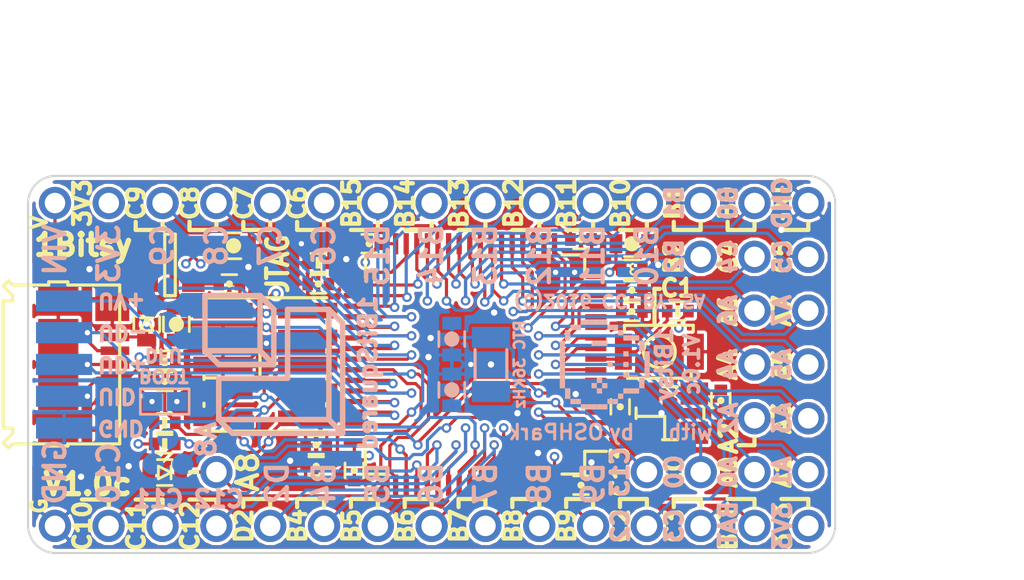
<source format=kicad_pcb>
(kicad_pcb (version 4) (host pcbnew 4.0.3+e1-6302~38~ubuntu16.04.1-stable)
  (title_block (title 1BitSy) (rev V1.0c) (company 1BitSquared) (comment 1 "(C) 2016 Piotr Esden-Tempski <piotr@esden.net>") (comment 2 "(C) 2016 1BitSquared LLC <info@1bitsquared.com>") (comment 3 "License: CC-BY-SA V4.0"))
  (layers (0 F.Cu signal) (1 In1.Cu signal) (2 In2.Cu signal) (31 B.Cu signal) (34 B.Paste user) (35 F.Paste user) (36 B.SilkS user) (37 F.SilkS user) (38 B.Mask user) (39 F.Mask user) (44 Edge.Cuts user))
  (net 0 "")
  (net 1 /VIN)
  (net 2 GND)
  (net 3 "Net-(C2-Pad1)")
  (net 4 "Net-(C3-Pad1)")
  (net 5 +3V3)
  (net 6 /OSC32_IN)
  (net 7 /OSC32_OUT)
  (net 8 /OSC_IN)
  (net 9 /OSC_OUT)
  (net 10 /USB_VBUS)
  (net 11 /BOOT0)
  (net 12 "Net-(C16-Pad1)")
  (net 13 "Net-(C17-Pad1)")
  (net 14 /JTAG_RST)
  (net 15 "Net-(LED1-PadA)")
  (net 16 /PA0)
  (net 17 /PA1)
  (net 18 /PA2)
  (net 19 /PA3)
  (net 20 /PA4)
  (net 21 /PA5)
  (net 22 /PA6)
  (net 23 /PA7)
  (net 24 /PA8)
  (net 25 /PC0)
  (net 26 /PC2)
  (net 27 /PC3)
  (net 28 /PC4)
  (net 29 /PC5)
  (net 30 /PC6)
  (net 31 /PC7)
  (net 32 /PC8)
  (net 33 /PC9)
  (net 34 /PC10)
  (net 35 /PC11)
  (net 36 /PC12)
  (net 37 /PC13)
  (net 38 /USB_D-)
  (net 39 /USB_D+)
  (net 40 /USB_ID)
  (net 41 /PB0)
  (net 42 /PB1)
  (net 43 /PB4)
  (net 44 /PB5)
  (net 45 /PB6)
  (net 46 /PB7)
  (net 47 /PB8)
  (net 48 /PB9)
  (net 49 /PB10)
  (net 50 /PB11)
  (net 51 /PB12)
  (net 52 /PB13)
  (net 53 /PB14)
  (net 54 /PB15)
  (net 55 /JTAG_TMS)
  (net 56 /JTAG_TCK)
  (net 57 /JTAG_TDI)
  (net 58 /JTAG_TDO)
  (net 59 "Net-(C15-Pad1)")
  (net 60 /PB2)
  (net 61 /BUTTON)
  (net 62 /VBAT)
  (net 63 /PD2)
  (module pkl_misc:via0305 (layer F.Cu) (at 115.35 40.75)
    (fp_text reference REF** hide)
    (fp_text value via0305 hide)
    (pad 1 thru_hole circle (at 0 0) (size 0.5 0.5) (drill 0.3) (layers *.Cu) (net 2 GND))
  )
  (module pkl_misc:via0305 (layer F.Cu) (at 130.08 41.02)
    (fp_text reference REF** hide)
    (fp_text value via0305 hide)
    (pad 1 thru_hole circle (at 0 0) (size 0.5 0.5) (drill 0.3) (layers *.Cu) (net 2 GND))
  )
  (module pkl_misc:via0305 (layer F.Cu) (at 112.6998 50.2666)
    (fp_text reference REF** hide)
    (fp_text value via0305 hide)
    (pad 1 thru_hole circle (at 0 0) (size 0.5 0.5) (drill 0.3) (layers *.Cu) (net 2 GND))
  )
  (module pkl_jumpers:J_0603 (layer B.Cu) (at 106.78 47.47)
    (fp_text reference J1)
    (fp_text value BOOT)
    (pad 1 smd rect (at -0.575 0) (size 0.95 0.9) (layers B.Cu B.Paste B.Mask) (net 10 /USB_VBUS))
    (pad 2 smd rect (at 0.575 0) (size 0.95 0.9) (layers B.Cu B.Paste B.Mask) (net 59 "Net-(C15-Pad1)"))
  )
  (module pkl_misc:via0305 (layer F.Cu) (at 103.23 41.22)
    (fp_text reference REF** hide)
    (fp_text value via0305 hide)
    (pad 1 thru_hole circle (at 0 0) (size 0.5 0.5) (drill 0.3) (layers *.Cu) (net 2 GND))
  )
  (module pkl_misc:via0305 (layer F.Cu) (at 105.0798 50.5206)
    (fp_text reference REF** hide)
    (fp_text value via0305 hide)
    (pad 1 thru_hole circle (at 0 0) (size 0.5 0.5) (drill 0.3) (layers *.Cu) (net 2 GND))
  )
  (module pkl_dipol:C_0603 (layer F.Cu) (at 107.33 43.82 270)
    (fp_text reference C1)
    (fp_text value 4u7)
    (pad 1 smd rect (at -0.75 0 270) (size 0.6 0.9) (layers F.Cu F.Paste F.Mask) (net 1 /VIN))
    (pad 2 smd rect (at 0.75 0 270) (size 0.6 0.9) (layers F.Cu F.Paste F.Mask) (net 2 GND))
  )
  (module pkl_dipol:C_0402 (layer F.Cu) (at 128.83 42.22)
    (fp_text reference C2)
    (fp_text value 1u)
    (pad 1 smd rect (at -0.5 0) (size 0.5 0.6) (layers F.Cu F.Paste F.Mask) (net 3 "Net-(C2-Pad1)"))
    (pad 2 smd rect (at 0.5 0) (size 0.5 0.6) (layers F.Cu F.Paste F.Mask) (net 2 GND))
  )
  (module pkl_dipol:C_0402 (layer F.Cu) (at 109.83 41.92)
    (fp_text reference C3)
    (fp_text value 470p)
    (pad 1 smd rect (at -0.5 0) (size 0.5 0.6) (layers F.Cu F.Paste F.Mask) (net 4 "Net-(C3-Pad1)"))
    (pad 2 smd rect (at 0.5 0) (size 0.5 0.6) (layers F.Cu F.Paste F.Mask) (net 2 GND))
  )
  (module pkl_dipol:C_0402 (layer F.Cu) (at 128.829999 43.22)
    (fp_text reference C4)
    (fp_text value 100n)
    (pad 1 smd rect (at -0.5 0) (size 0.5 0.6) (layers F.Cu F.Paste F.Mask) (net 3 "Net-(C2-Pad1)"))
    (pad 2 smd rect (at 0.5 0) (size 0.5 0.6) (layers F.Cu F.Paste F.Mask) (net 2 GND))
  )
  (module pkl_dipol:C_0603 (layer F.Cu) (at 128.83 40.02)
    (fp_text reference C5)
    (fp_text value 4u7)
    (pad 1 smd rect (at -0.75 0) (size 0.6 0.9) (layers F.Cu F.Paste F.Mask) (net 5 +3V3))
    (pad 2 smd rect (at 0.75 0) (size 0.6 0.9) (layers F.Cu F.Paste F.Mask) (net 2 GND))
  )
  (module pkl_dipol:C_0402 (layer F.Cu) (at 128.28 47.72 270)
    (fp_text reference C8)
    (fp_text value 10p)
    (pad 1 smd rect (at -0.5 0 270) (size 0.5 0.6) (layers F.Cu F.Paste F.Mask) (net 2 GND))
    (pad 2 smd rect (at 0.5 0 270) (size 0.5 0.6) (layers F.Cu F.Paste F.Mask) (net 8 /OSC_IN))
  )
  (module pkl_dipol:C_0402 (layer F.Cu) (at 133.03 47.42 90)
    (fp_text reference C9)
    (fp_text value 10p)
    (pad 1 smd rect (at -0.5 0 90) (size 0.5 0.6) (layers F.Cu F.Paste F.Mask) (net 2 GND))
    (pad 2 smd rect (at 0.5 0 90) (size 0.5 0.6) (layers F.Cu F.Paste F.Mask) (net 9 /OSC_OUT))
  )
  (module pkl_dipol:C_0402 (layer F.Cu) (at 126.43 39.82)
    (fp_text reference C10)
    (fp_text value 100n)
    (pad 1 smd rect (at -0.5 0) (size 0.5 0.6) (layers F.Cu F.Paste F.Mask) (net 5 +3V3))
    (pad 2 smd rect (at 0.5 0) (size 0.5 0.6) (layers F.Cu F.Paste F.Mask) (net 2 GND))
  )
  (module pkl_dipol:C_0402 (layer F.Cu) (at 116.43 40.02 180)
    (fp_text reference C11)
    (fp_text value 100n)
    (pad 1 smd rect (at -0.5 0 180) (size 0.5 0.6) (layers F.Cu F.Paste F.Mask) (net 5 +3V3))
    (pad 2 smd rect (at 0.5 0 180) (size 0.5 0.6) (layers F.Cu F.Paste F.Mask) (net 2 GND))
  )
  (module pkl_dipol:C_0402 (layer F.Cu) (at 115.73 50.72 270)
    (fp_text reference C12)
    (fp_text value 100n)
    (pad 1 smd rect (at -0.5 0 270) (size 0.5 0.6) (layers F.Cu F.Paste F.Mask) (net 5 +3V3))
    (pad 2 smd rect (at 0.5 0 270) (size 0.5 0.6) (layers F.Cu F.Paste F.Mask) (net 2 GND))
  )
  (module pkl_dipol:C_0603 (layer F.Cu) (at 110.03 40.12)
    (fp_text reference C13)
    (fp_text value 4u7)
    (pad 1 smd rect (at -0.75 0) (size 0.6 0.9) (layers F.Cu F.Paste F.Mask) (net 5 +3V3))
    (pad 2 smd rect (at 0.75 0) (size 0.6 0.9) (layers F.Cu F.Paste F.Mask) (net 2 GND))
  )
  (module pkl_dipol:C_0402 (layer F.Cu) (at 126.43 51.42)
    (fp_text reference C14)
    (fp_text value 100n)
    (pad 1 smd rect (at -0.5 0) (size 0.5 0.6) (layers F.Cu F.Paste F.Mask) (net 5 +3V3))
    (pad 2 smd rect (at 0.5 0) (size 0.5 0.6) (layers F.Cu F.Paste F.Mask) (net 2 GND))
  )
  (module pkl_dipol:C_0402 (layer F.Cu) (at 106.78 46.52 180)
    (fp_text reference C15)
    (fp_text value 1u)
    (pad 1 smd rect (at -0.5 0 180) (size 0.5 0.6) (layers F.Cu F.Paste F.Mask) (net 59 "Net-(C15-Pad1)"))
    (pad 2 smd rect (at 0.5 0 180) (size 0.5 0.6) (layers F.Cu F.Paste F.Mask) (net 11 /BOOT0))
  )
  (module pkl_dipol:C_0402 (layer F.Cu) (at 113.93 50.52 180)
    (fp_text reference C16)
    (fp_text value 2u2)
    (pad 1 smd rect (at -0.5 0 180) (size 0.5 0.6) (layers F.Cu F.Paste F.Mask) (net 12 "Net-(C16-Pad1)"))
    (pad 2 smd rect (at 0.5 0 180) (size 0.5 0.6) (layers F.Cu F.Paste F.Mask) (net 2 GND))
  )
  (module pkl_dipol:C_0402 (layer F.Cu) (at 114.03 41.92 180)
    (fp_text reference C17)
    (fp_text value 2u2)
    (pad 1 smd rect (at -0.5 0 180) (size 0.5 0.6) (layers F.Cu F.Paste F.Mask) (net 13 "Net-(C17-Pad1)"))
    (pad 2 smd rect (at 0.5 0 180) (size 0.5 0.6) (layers F.Cu F.Paste F.Mask) (net 2 GND))
  )
  (module pkl_dipol:C_0402 (layer F.Cu) (at 113.93 49.52 180)
    (fp_text reference C18)
    (fp_text value 100n)
    (pad 1 smd rect (at -0.5 0 180) (size 0.5 0.6) (layers F.Cu F.Paste F.Mask) (net 14 /JTAG_RST))
    (pad 2 smd rect (at 0.5 0 180) (size 0.5 0.6) (layers F.Cu F.Paste F.Mask) (net 2 GND))
  )
  (module pkl_dipol:D_0603 (layer F.Cu) (at 105.93 43.82 270)
    (fp_text reference D1)
    (fp_text value >100mA)
    (pad A smd rect (at 0.75 0 90) (size 0.6 0.9) (layers F.Cu F.Paste F.Mask) (net 10 /USB_VBUS))
    (pad C smd rect (at -0.75 0 90) (size 0.6 0.9) (layers F.Cu F.Paste F.Mask) (net 1 /VIN))
  )
  (module pkl_dipol:L_0402 (layer F.Cu) (at 128.83 41.22)
    (fp_text reference L1)
    (fp_text value "600 Ferrite")
    (pad 1 smd rect (at -0.5 0) (size 0.5 0.6) (layers F.Cu F.Paste F.Mask) (net 5 +3V3))
    (pad 2 smd rect (at 0.5 0) (size 0.5 0.6) (layers F.Cu F.Paste F.Mask) (net 3 "Net-(C2-Pad1)"))
  )
  (module pkl_dipol:D_0603 (layer F.Cu) (at 106.78 50.82 180)
    (fp_text reference LED1)
    (fp_text value ORA)
    (pad A smd rect (at 0.75 0) (size 0.6 0.9) (layers F.Cu F.Paste F.Mask) (net 15 "Net-(LED1-PadA)"))
    (pad C smd rect (at -0.75 0) (size 0.6 0.9) (layers F.Cu F.Paste F.Mask) (net 24 /PA8))
  )
  (module pkl_pin_headers:Pin_Header_Straight_Round_1x01 (layer F.Cu) (at 134.62 50.8 180)
    (fp_text reference P1 hide)
    (fp_text value CONN_01X01 hide)
    (pad 1 thru_hole circle (at 0 0 180) (size 1.524 1.524) (drill 0.9652) (layers *.Cu *.Mask) (net 16 /PA0))
  )
  (module pkl_pin_headers:Pin_Header_Straight_Round_1x01 (layer F.Cu) (at 137.16 50.8 180)
    (fp_text reference P2 hide)
    (fp_text value CONN_01X01 hide)
    (pad 1 thru_hole circle (at 0 0 180) (size 1.524 1.524) (drill 0.9652) (layers *.Cu *.Mask) (net 17 /PA1))
  )
  (module pkl_pin_headers:Pin_Header_Straight_Round_1x01 (layer F.Cu) (at 134.62 48.26 180)
    (fp_text reference P3 hide)
    (fp_text value CONN_01X01 hide)
    (pad 1 thru_hole circle (at 0 0 180) (size 1.524 1.524) (drill 0.9652) (layers *.Cu *.Mask) (net 18 /PA2))
  )
  (module pkl_pin_headers:Pin_Header_Straight_Round_1x01 (layer F.Cu) (at 137.16 48.26 180)
    (fp_text reference P4 hide)
    (fp_text value CONN_01X01 hide)
    (pad 1 thru_hole circle (at 0 0 180) (size 1.524 1.524) (drill 0.9652) (layers *.Cu *.Mask) (net 19 /PA3))
  )
  (module pkl_pin_headers:Pin_Header_Straight_Round_1x01 (layer F.Cu) (at 134.62 45.72 180)
    (fp_text reference P5 hide)
    (fp_text value CONN_01X01 hide)
    (pad 1 thru_hole circle (at 0 0 180) (size 1.524 1.524) (drill 0.9652) (layers *.Cu *.Mask) (net 20 /PA4))
  )
  (module pkl_pin_headers:Pin_Header_Straight_Round_1x01 (layer F.Cu) (at 137.16 45.72)
    (fp_text reference P6 hide)
    (fp_text value CONN_01X01 hide)
    (pad 1 thru_hole circle (at 0 0) (size 1.524 1.524) (drill 0.9652) (layers *.Cu *.Mask) (net 21 /PA5))
  )
  (module pkl_pin_headers:Pin_Header_Straight_Round_1x01 (layer F.Cu) (at 134.62 43.18 180)
    (fp_text reference P7 hide)
    (fp_text value CONN_01X01 hide)
    (pad 1 thru_hole circle (at 0 0 180) (size 1.524 1.524) (drill 0.9652) (layers *.Cu *.Mask) (net 22 /PA6))
  )
  (module pkl_pin_headers:Pin_Header_Straight_Round_1x01 (layer F.Cu) (at 137.16 43.18 180)
    (fp_text reference P8 hide)
    (fp_text value CONN_01X01 hide)
    (pad 1 thru_hole circle (at 0 0 180) (size 1.524 1.524) (drill 0.9652) (layers *.Cu *.Mask) (net 23 /PA7))
  )
  (module pkl_pin_headers:Pin_Header_Straight_Round_1x01 (layer F.Cu) (at 109.22 50.8)
    (fp_text reference P9 hide)
    (fp_text value CONN_01X01 hide)
    (pad 1 thru_hole circle (at 0 0) (size 1.524 1.524) (drill 0.9652) (layers *.Cu *.Mask) (net 24 /PA8))
  )
  (module pkl_pin_headers:Pin_Header_Straight_Round_1x01 (layer F.Cu) (at 132.08 50.8)
    (fp_text reference P10 hide)
    (fp_text value CONN_01X01 hide)
    (pad 1 thru_hole circle (at 0 0) (size 1.524 1.524) (drill 0.9652) (layers *.Cu *.Mask) (net 25 /PC0))
  )
  (module pkl_pin_headers:Pin_Header_Straight_Round_1x01 (layer F.Cu) (at 111.76 53.34)
    (fp_text reference P11 hide)
    (fp_text value CONN_01X01 hide)
    (pad 1 thru_hole circle (at 0 0) (size 1.524 1.524) (drill 0.9652) (layers *.Cu *.Mask) (net 63 /PD2))
  )
  (module pkl_pin_headers:Pin_Header_Straight_Round_1x01 (layer F.Cu) (at 129.54 53.34)
    (fp_text reference P12 hide)
    (fp_text value CONN_01X01 hide)
    (pad 1 thru_hole circle (at 0 0) (size 1.524 1.524) (drill 0.9652) (layers *.Cu *.Mask) (net 26 /PC2))
  )
  (module pkl_pin_headers:Pin_Header_Straight_Round_1x01 (layer F.Cu) (at 132.08 53.34 180)
    (fp_text reference P13 hide)
    (fp_text value CONN_01X01 hide)
    (pad 1 thru_hole circle (at 0 0 180) (size 1.524 1.524) (drill 0.9652) (layers *.Cu *.Mask) (net 27 /PC3))
  )
  (module pkl_pin_headers:Pin_Header_Straight_Round_1x01 (layer F.Cu) (at 134.62 40.64)
    (fp_text reference P14 hide)
    (fp_text value CONN_01X01 hide)
    (pad 1 thru_hole circle (at 0 0) (size 1.524 1.524) (drill 0.9652) (layers *.Cu *.Mask) (net 28 /PC4))
  )
  (module pkl_pin_headers:Pin_Header_Straight_Round_1x01 (layer F.Cu) (at 137.16 40.64 180)
    (fp_text reference P15 hide)
    (fp_text value CONN_01X01 hide)
    (pad 1 thru_hole circle (at 0 0 180) (size 1.524 1.524) (drill 0.9652) (layers *.Cu *.Mask) (net 29 /PC5))
  )
  (module pkl_pin_headers:Pin_Header_Straight_Round_1x01 (layer F.Cu) (at 114.3 38.1)
    (fp_text reference P16 hide)
    (fp_text value CONN_01X01 hide)
    (pad 1 thru_hole circle (at 0 0) (size 1.524 1.524) (drill 0.9652) (layers *.Cu *.Mask) (net 30 /PC6))
  )
  (module pkl_pin_headers:Pin_Header_Straight_Round_1x01 (layer F.Cu) (at 111.76 38.1)
    (fp_text reference P17 hide)
    (fp_text value CONN_01X01 hide)
    (pad 1 thru_hole circle (at 0 0) (size 1.524 1.524) (drill 0.9652) (layers *.Cu *.Mask) (net 31 /PC7))
  )
  (module pkl_pin_headers:Pin_Header_Straight_Round_1x01 (layer F.Cu) (at 109.22 38.1)
    (fp_text reference P18 hide)
    (fp_text value CONN_01X01 hide)
    (pad 1 thru_hole circle (at 0 0) (size 1.524 1.524) (drill 0.9652) (layers *.Cu *.Mask) (net 32 /PC8))
  )
  (module pkl_pin_headers:Pin_Header_Straight_Round_1x01 (layer F.Cu) (at 106.68 38.1)
    (fp_text reference P19 hide)
    (fp_text value CONN_01X01 hide)
    (pad 1 thru_hole circle (at 0 0) (size 1.524 1.524) (drill 0.9652) (layers *.Cu *.Mask) (net 33 /PC9))
  )
  (module pkl_pin_headers:Pin_Header_Straight_Round_1x01 (layer F.Cu) (at 104.13 53.34)
    (fp_text reference P20 hide)
    (fp_text value CONN_01X01 hide)
    (pad 1 thru_hole circle (at 0 0) (size 1.524 1.524) (drill 0.9652) (layers *.Cu *.Mask) (net 34 /PC10))
  )
  (module pkl_pin_headers:Pin_Header_Straight_Round_1x01 (layer F.Cu) (at 106.68 53.34 180)
    (fp_text reference P21 hide)
    (fp_text value CONN_01X01 hide)
    (pad 1 thru_hole circle (at 0 0 180) (size 1.524 1.524) (drill 0.9652) (layers *.Cu *.Mask) (net 35 /PC11))
  )
  (module pkl_pin_headers:Pin_Header_Straight_Round_1x01 (layer F.Cu) (at 109.22 53.34)
    (fp_text reference P22 hide)
    (fp_text value CONN_01X01 hide)
    (pad 1 thru_hole circle (at 0 0) (size 1.524 1.524) (drill 0.9652) (layers *.Cu *.Mask) (net 36 /PC12))
  )
  (module pkl_pin_headers:Pin_Header_Straight_Round_1x01 (layer F.Cu) (at 129.54 50.8)
    (fp_text reference P23 hide)
    (fp_text value CONN_01X01 hide)
    (pad 1 thru_hole circle (at 0 0) (size 1.524 1.524) (drill 0.9652) (layers *.Cu *.Mask) (net 37 /PC13))
  )
  (module pkl_connectors:Connector_USB_Micro_B_SMD (layer F.Cu) (at 101.755 45.72 180)
    (fp_text reference P24)
    (fp_text value USB_OTG)
    (pad GND smd rect (at 0 1.2 270) (size 1.9 1.9) (layers F.Cu F.Paste F.Mask) (net 2 GND))
    (pad GND smd rect (at 0 -1.2 270) (size 1.9 1.9) (layers F.Cu F.Paste F.Mask) (net 2 GND))
    (pad GND smd rect (at 0 -3.8 270) (size 1.8 1.9) (layers F.Cu F.Paste F.Mask) (net 2 GND))
    (pad GND smd rect (at 0 3.8 270) (size 1.8 1.9) (layers F.Cu F.Paste F.Mask) (net 2 GND))
    (pad GND smd rect (at -2.55 -3.1 270) (size 2.1 1.6) (layers F.Cu F.Paste F.Mask) (net 2 GND))
    (pad GND smd rect (at -2.55 3.1 270) (size 2.1 1.6) (layers F.Cu F.Paste F.Mask) (net 2 GND))
    (pad 1 smd rect (at -2.675 1.3 270) (size 0.4 1.35) (layers F.Cu F.Paste F.Mask) (net 10 /USB_VBUS))
    (pad 2 smd rect (at -2.675 0.65 270) (size 0.4 1.35) (layers F.Cu F.Paste F.Mask) (net 38 /USB_D-))
    (pad 3 smd rect (at -2.675 0 270) (size 0.4 1.35) (layers F.Cu F.Paste F.Mask) (net 39 /USB_D+))
    (pad 4 smd rect (at -2.675 -0.65 270) (size 0.4 1.35) (layers F.Cu F.Paste F.Mask) (net 40 /USB_ID))
    (pad 5 smd rect (at -2.675 -1.3 270) (size 0.4 1.35) (layers F.Cu F.Paste F.Mask) (net 2 GND))
  )
  (module pkl_pin_headers:Pin_Header_Straight_Round_1x01 (layer F.Cu) (at 134.62 38.1)
    (fp_text reference P25 hide)
    (fp_text value CONN_01X01 hide)
    (pad 1 thru_hole circle (at 0 0) (size 1.524 1.524) (drill 0.9652) (layers *.Cu *.Mask) (net 41 /PB0))
  )
  (module pkl_pin_headers:Pin_Header_Straight_Round_1x01 (layer F.Cu) (at 132.08 38.1)
    (fp_text reference P26 hide)
    (fp_text value CONN_01X01 hide)
    (pad 1 thru_hole circle (at 0 0) (size 1.524 1.524) (drill 0.9652) (layers *.Cu *.Mask) (net 42 /PB1))
  )
  (module pkl_pin_headers:Pin_Header_Straight_Round_1x01 (layer F.Cu) (at 132.08 40.64)
    (fp_text reference P27 hide)
    (fp_text value CONN_01X01 hide)
    (pad 1 thru_hole circle (at 0 0) (size 1.524 1.524) (drill 0.9652) (layers *.Cu *.Mask) (net 60 /PB2))
  )
  (module pkl_pin_headers:Pin_Header_Straight_Round_1x01 (layer F.Cu) (at 114.3 53.34)
    (fp_text reference P28 hide)
    (fp_text value CONN_01X01 hide)
    (pad 1 thru_hole circle (at 0 0) (size 1.524 1.524) (drill 0.9652) (layers *.Cu *.Mask) (net 43 /PB4))
  )
  (module pkl_pin_headers:Pin_Header_Straight_Round_1x01 (layer F.Cu) (at 116.84 53.34 180)
    (fp_text reference P29 hide)
    (fp_text value CONN_01X01 hide)
    (pad 1 thru_hole circle (at 0 0 180) (size 1.524 1.524) (drill 0.9652) (layers *.Cu *.Mask) (net 44 /PB5))
  )
  (module pkl_pin_headers:Pin_Header_Straight_Round_1x01 (layer F.Cu) (at 119.38 53.34 180)
    (fp_text reference P30 hide)
    (fp_text value CONN_01X01 hide)
    (pad 1 thru_hole circle (at 0 0 180) (size 1.524 1.524) (drill 0.9652) (layers *.Cu *.Mask) (net 45 /PB6))
  )
  (module pkl_pin_headers:Pin_Header_Straight_Round_1x01 (layer F.Cu) (at 121.92 53.34 180)
    (fp_text reference P31 hide)
    (fp_text value CONN_01X01 hide)
    (pad 1 thru_hole circle (at 0 0 180) (size 1.524 1.524) (drill 0.9652) (layers *.Cu *.Mask) (net 46 /PB7))
  )
  (module pkl_pin_headers:Pin_Header_Straight_Round_1x01 (layer F.Cu) (at 124.46 53.34 180)
    (fp_text reference P32 hide)
    (fp_text value CONN_01X01 hide)
    (pad 1 thru_hole circle (at 0 0 180) (size 1.524 1.524) (drill 0.9652) (layers *.Cu *.Mask) (net 47 /PB8))
  )
  (module pkl_pin_headers:Pin_Header_Straight_Round_1x01 (layer F.Cu) (at 127 53.34)
    (fp_text reference P33 hide)
    (fp_text value CONN_01X01 hide)
    (pad 1 thru_hole circle (at 0 0) (size 1.524 1.524) (drill 0.9652) (layers *.Cu *.Mask) (net 48 /PB9))
  )
  (module pkl_pin_headers:Pin_Header_Straight_Round_1x01 (layer F.Cu) (at 129.54 38.1 180)
    (fp_text reference P34 hide)
    (fp_text value CONN_01X01 hide)
    (pad 1 thru_hole circle (at 0 0 180) (size 1.524 1.524) (drill 0.9652) (layers *.Cu *.Mask) (net 49 /PB10))
  )
  (module pkl_pin_headers:Pin_Header_Straight_Round_1x01 (layer F.Cu) (at 127 38.1)
    (fp_text reference P35 hide)
    (fp_text value CONN_01X01 hide)
    (pad 1 thru_hole circle (at 0 0) (size 1.524 1.524) (drill 0.9652) (layers *.Cu *.Mask) (net 50 /PB11))
  )
  (module pkl_pin_headers:Pin_Header_Straight_Round_1x01 (layer F.Cu) (at 124.46 38.1)
    (fp_text reference P36 hide)
    (fp_text value CONN_01X01 hide)
    (pad 1 thru_hole circle (at 0 0) (size 1.524 1.524) (drill 0.9652) (layers *.Cu *.Mask) (net 51 /PB12))
  )
  (module pkl_pin_headers:Pin_Header_Straight_Round_1x01 (layer F.Cu) (at 121.92 38.1)
    (fp_text reference P37 hide)
    (fp_text value CONN_01X01 hide)
    (pad 1 thru_hole circle (at 0 0) (size 1.524 1.524) (drill 0.9652) (layers *.Cu *.Mask) (net 52 /PB13))
  )
  (module pkl_pin_headers:Pin_Header_Straight_Round_1x01 (layer F.Cu) (at 119.38 38.1)
    (fp_text reference P38 hide)
    (fp_text value CONN_01X01 hide)
    (pad 1 thru_hole circle (at 0 0) (size 1.524 1.524) (drill 0.9652) (layers *.Cu *.Mask) (net 53 /PB14))
  )
  (module pkl_pin_headers:Pin_Header_Straight_Round_1x01 (layer F.Cu) (at 116.84 38.1 180)
    (fp_text reference P39 hide)
    (fp_text value CONN_01X01 hide)
    (pad 1 thru_hole circle (at 0 0 180) (size 1.524 1.524) (drill 0.9652) (layers *.Cu *.Mask) (net 54 /PB15))
  )
  (module pkl_dipol:R_0402 (layer F.Cu) (at 106.78 45.52)
    (fp_text reference R1)
    (fp_text value 10k)
    (pad 1 smd rect (at -0.5 0) (size 0.5 0.6) (layers F.Cu F.Paste F.Mask) (net 10 /USB_VBUS))
    (pad 2 smd rect (at 0.5 0) (size 0.5 0.6) (layers F.Cu F.Paste F.Mask) (net 2 GND))
  )
  (module pkl_dipol:R_0402 (layer F.Cu) (at 114.03 40.92 180)
    (fp_text reference R2)
    (fp_text value 10k)
    (pad 1 smd rect (at -0.5 0 180) (size 0.5 0.6) (layers F.Cu F.Paste F.Mask) (net 60 /PB2))
    (pad 2 smd rect (at 0.5 0 180) (size 0.5 0.6) (layers F.Cu F.Paste F.Mask) (net 2 GND))
  )
  (module pkl_dipol:R_0402 (layer F.Cu) (at 106.78 48.47 180)
    (fp_text reference R3)
    (fp_text value 10k)
    (pad 1 smd rect (at -0.5 0 180) (size 0.5 0.6) (layers F.Cu F.Paste F.Mask) (net 11 /BOOT0))
    (pad 2 smd rect (at 0.5 0 180) (size 0.5 0.6) (layers F.Cu F.Paste F.Mask) (net 2 GND))
  )
  (module pkl_dipol:R_0402 (layer F.Cu) (at 106.78 49.47)
    (fp_text reference R4)
    (fp_text value 300)
    (pad 1 smd rect (at -0.5 0) (size 0.5 0.6) (layers F.Cu F.Paste F.Mask) (net 5 +3V3))
    (pad 2 smd rect (at 0.5 0) (size 0.5 0.6) (layers F.Cu F.Paste F.Mask) (net 15 "Net-(LED1-PadA)"))
  )
  (module pkl_dipol:R_0402 (layer F.Cu) (at 131 43.2 180)
    (fp_text reference R5)
    (fp_text value 10k)
    (pad 1 smd rect (at -0.5 0 180) (size 0.5 0.6) (layers F.Cu F.Paste F.Mask) (net 5 +3V3))
    (pad 2 smd rect (at 0.5 0 180) (size 0.5 0.6) (layers F.Cu F.Paste F.Mask) (net 61 /BUTTON))
  )
  (module pkl_housings_sot:SOT-23-5 (layer F.Cu) (at 107.03 41.02 180)
    (fp_text reference U1)
    (fp_text value VREG_3V3)
    (pad 1 smd rect (at 1.1 0.95) (size 1.06 0.65) (layers F.Cu F.Paste F.Mask) (net 1 /VIN))
    (pad 2 smd rect (at 1.1 0) (size 1.06 0.65) (layers F.Cu F.Paste F.Mask) (net 2 GND))
    (pad 3 smd rect (at 1.1 -0.95) (size 1.06 0.65) (layers F.Cu F.Paste F.Mask) (net 1 /VIN))
    (pad 4 smd rect (at -1.1 -0.95) (size 1.06 0.65) (layers F.Cu F.Paste F.Mask) (net 4 "Net-(C3-Pad1)"))
    (pad 5 smd rect (at -1.1 0.95) (size 1.06 0.65) (layers F.Cu F.Paste F.Mask) (net 5 +3V3))
  )
  (module pkl_housings_qfp:LQFP-64_10x10mm_Pitch0.5mm (layer F.Cu) (at 121.43 45.72 180)
    (fp_text reference U2)
    (fp_text value STM32F415RGT)
    (pad 1 smd rect (at -5.7 -3.75 180) (size 1 0.25) (layers F.Cu F.Paste F.Mask) (net 62 /VBAT))
    (pad 2 smd rect (at -5.7 -3.25 180) (size 1 0.25) (layers F.Cu F.Paste F.Mask) (net 37 /PC13))
    (pad 3 smd rect (at -5.7 -2.75 180) (size 1 0.25) (layers F.Cu F.Paste F.Mask) (net 6 /OSC32_IN))
    (pad 4 smd rect (at -5.7 -2.25 180) (size 1 0.25) (layers F.Cu F.Paste F.Mask) (net 7 /OSC32_OUT))
    (pad 5 smd rect (at -5.7 -1.75 180) (size 1 0.25) (layers F.Cu F.Paste F.Mask) (net 8 /OSC_IN))
    (pad 6 smd rect (at -5.7 -1.25 180) (size 1 0.25) (layers F.Cu F.Paste F.Mask) (net 9 /OSC_OUT))
    (pad 7 smd rect (at -5.7 -0.75 180) (size 1 0.25) (layers F.Cu F.Paste F.Mask) (net 14 /JTAG_RST))
    (pad 8 smd rect (at -5.7 -0.25 180) (size 1 0.25) (layers F.Cu F.Paste F.Mask) (net 25 /PC0))
    (pad 9 smd rect (at -5.7 0.25 180) (size 1 0.25) (layers F.Cu F.Paste F.Mask) (net 61 /BUTTON))
    (pad 10 smd rect (at -5.7 0.75 180) (size 1 0.25) (layers F.Cu F.Paste F.Mask) (net 26 /PC2))
    (pad 11 smd rect (at -5.7 1.25 180) (size 1 0.25) (layers F.Cu F.Paste F.Mask) (net 27 /PC3))
    (pad 12 smd rect (at -5.7 1.75 180) (size 1 0.25) (layers F.Cu F.Paste F.Mask) (net 2 GND))
    (pad 13 smd rect (at -5.7 2.25 180) (size 1 0.25) (layers F.Cu F.Paste F.Mask) (net 3 "Net-(C2-Pad1)"))
    (pad 14 smd rect (at -5.7 2.75 180) (size 1 0.25) (layers F.Cu F.Paste F.Mask) (net 16 /PA0))
    (pad 15 smd rect (at -5.7 3.25 180) (size 1 0.25) (layers F.Cu F.Paste F.Mask) (net 17 /PA1))
    (pad 16 smd rect (at -5.7 3.75 180) (size 1 0.25) (layers F.Cu F.Paste F.Mask) (net 18 /PA2))
    (pad 17 smd rect (at -3.75 5.7 270) (size 1 0.25) (layers F.Cu F.Paste F.Mask) (net 19 /PA3))
    (pad 18 smd rect (at -3.25 5.7 270) (size 1 0.25) (layers F.Cu F.Paste F.Mask) (net 2 GND))
    (pad 19 smd rect (at -2.75 5.7 270) (size 1 0.25) (layers F.Cu F.Paste F.Mask) (net 5 +3V3))
    (pad 20 smd rect (at -2.25 5.7 270) (size 1 0.25) (layers F.Cu F.Paste F.Mask) (net 20 /PA4))
    (pad 21 smd rect (at -1.75 5.7 270) (size 1 0.25) (layers F.Cu F.Paste F.Mask) (net 21 /PA5))
    (pad 22 smd rect (at -1.25 5.7 270) (size 1 0.25) (layers F.Cu F.Paste F.Mask) (net 22 /PA6))
    (pad 23 smd rect (at -0.75 5.7 270) (size 1 0.25) (layers F.Cu F.Paste F.Mask) (net 23 /PA7))
    (pad 24 smd rect (at -0.25 5.7 270) (size 1 0.25) (layers F.Cu F.Paste F.Mask) (net 28 /PC4))
    (pad 25 smd rect (at 0.25 5.7 270) (size 1 0.25) (layers F.Cu F.Paste F.Mask) (net 29 /PC5))
    (pad 26 smd rect (at 0.75 5.7 270) (size 1 0.25) (layers F.Cu F.Paste F.Mask) (net 41 /PB0))
    (pad 27 smd rect (at 1.25 5.7 270) (size 1 0.25) (layers F.Cu F.Paste F.Mask) (net 42 /PB1))
    (pad 28 smd rect (at 1.75 5.7 270) (size 1 0.25) (layers F.Cu F.Paste F.Mask) (net 60 /PB2))
    (pad 29 smd rect (at 2.25 5.7 270) (size 1 0.25) (layers F.Cu F.Paste F.Mask) (net 49 /PB10))
    (pad 30 smd rect (at 2.75 5.7 270) (size 1 0.25) (layers F.Cu F.Paste F.Mask) (net 50 /PB11))
    (pad 31 smd rect (at 3.25 5.7 270) (size 1 0.25) (layers F.Cu F.Paste F.Mask) (net 13 "Net-(C17-Pad1)"))
    (pad 32 smd rect (at 3.75 5.7 270) (size 1 0.25) (layers F.Cu F.Paste F.Mask) (net 5 +3V3))
    (pad 33 smd rect (at 5.7 3.75 180) (size 1 0.25) (layers F.Cu F.Paste F.Mask) (net 51 /PB12))
    (pad 34 smd rect (at 5.7 3.25 180) (size 1 0.25) (layers F.Cu F.Paste F.Mask) (net 52 /PB13))
    (pad 35 smd rect (at 5.7 2.75 180) (size 1 0.25) (layers F.Cu F.Paste F.Mask) (net 53 /PB14))
    (pad 36 smd rect (at 5.7 2.25 180) (size 1 0.25) (layers F.Cu F.Paste F.Mask) (net 54 /PB15))
    (pad 37 smd rect (at 5.7 1.75 180) (size 1 0.25) (layers F.Cu F.Paste F.Mask) (net 30 /PC6))
    (pad 38 smd rect (at 5.7 1.25 180) (size 1 0.25) (layers F.Cu F.Paste F.Mask) (net 31 /PC7))
    (pad 39 smd rect (at 5.7 0.75 180) (size 1 0.25) (layers F.Cu F.Paste F.Mask) (net 32 /PC8))
    (pad 40 smd rect (at 5.7 0.25 180) (size 1 0.25) (layers F.Cu F.Paste F.Mask) (net 33 /PC9))
    (pad 41 smd rect (at 5.7 -0.25 180) (size 1 0.25) (layers F.Cu F.Paste F.Mask) (net 24 /PA8))
    (pad 42 smd rect (at 5.7 -0.75 180) (size 1 0.25) (layers F.Cu F.Paste F.Mask) (net 10 /USB_VBUS))
    (pad 43 smd rect (at 5.7 -1.25 180) (size 1 0.25) (layers F.Cu F.Paste F.Mask) (net 40 /USB_ID))
    (pad 44 smd rect (at 5.7 -1.75 180) (size 1 0.25) (layers F.Cu F.Paste F.Mask) (net 38 /USB_D-))
    (pad 45 smd rect (at 5.7 -2.25 180) (size 1 0.25) (layers F.Cu F.Paste F.Mask) (net 39 /USB_D+))
    (pad 46 smd rect (at 5.7 -2.75 180) (size 1 0.25) (layers F.Cu F.Paste F.Mask) (net 55 /JTAG_TMS))
    (pad 47 smd rect (at 5.7 -3.25 180) (size 1 0.25) (layers F.Cu F.Paste F.Mask) (net 12 "Net-(C16-Pad1)"))
    (pad 48 smd rect (at 5.7 -3.75 180) (size 1 0.25) (layers F.Cu F.Paste F.Mask) (net 5 +3V3))
    (pad 49 smd rect (at 3.75 -5.7 270) (size 1 0.25) (layers F.Cu F.Paste F.Mask) (net 56 /JTAG_TCK))
    (pad 50 smd rect (at 3.25 -5.7 270) (size 1 0.25) (layers F.Cu F.Paste F.Mask) (net 57 /JTAG_TDI))
    (pad 51 smd rect (at 2.75 -5.7 270) (size 1 0.25) (layers F.Cu F.Paste F.Mask) (net 34 /PC10))
    (pad 52 smd rect (at 2.25 -5.7 270) (size 1 0.25) (layers F.Cu F.Paste F.Mask) (net 35 /PC11))
    (pad 53 smd rect (at 1.75 -5.7 270) (size 1 0.25) (layers F.Cu F.Paste F.Mask) (net 36 /PC12))
    (pad 54 smd rect (at 1.25 -5.7 270) (size 1 0.25) (layers F.Cu F.Paste F.Mask) (net 63 /PD2))
    (pad 55 smd rect (at 0.75 -5.7 270) (size 1 0.25) (layers F.Cu F.Paste F.Mask) (net 58 /JTAG_TDO))
    (pad 56 smd rect (at 0.25 -5.7 270) (size 1 0.25) (layers F.Cu F.Paste F.Mask) (net 43 /PB4))
    (pad 57 smd rect (at -0.25 -5.7 270) (size 1 0.25) (layers F.Cu F.Paste F.Mask) (net 44 /PB5))
    (pad 58 smd rect (at -0.75 -5.7 270) (size 1 0.25) (layers F.Cu F.Paste F.Mask) (net 45 /PB6))
    (pad 59 smd rect (at -1.25 -5.7 270) (size 1 0.25) (layers F.Cu F.Paste F.Mask) (net 46 /PB7))
    (pad 60 smd rect (at -1.75 -5.7 270) (size 1 0.25) (layers F.Cu F.Paste F.Mask) (net 11 /BOOT0))
    (pad 61 smd rect (at -2.25 -5.7 270) (size 1 0.25) (layers F.Cu F.Paste F.Mask) (net 47 /PB8))
    (pad 62 smd rect (at -2.75 -5.7 270) (size 1 0.25) (layers F.Cu F.Paste F.Mask) (net 48 /PB9))
    (pad 63 smd rect (at -3.25 -5.7 270) (size 1 0.25) (layers F.Cu F.Paste F.Mask) (net 2 GND))
    (pad 64 smd rect (at -3.75 -5.7 270) (size 1 0.25) (layers F.Cu F.Paste F.Mask) (net 5 +3V3))
  )
  (module pkl_misc:ABM8 (layer F.Cu) (at 130.63 48.02)
    (fp_text reference X2)
    (fp_text value 25MHz)
    (pad 1 smd rect (at -1.15 0.925) (size 1.3 1.05) (layers F.Cu F.Paste F.Mask) (net 8 /OSC_IN))
    (pad 2 smd rect (at 1.15 -0.925) (size 1.3 1.05) (layers F.Cu F.Paste F.Mask) (net 9 /OSC_OUT))
    (pad GND smd rect (at -1.15 -0.925) (size 1.3 1.05) (layers F.Cu F.Paste F.Mask) (net 2 GND))
    (pad GND smd rect (at 1.15 0.925) (size 1.3 1.05) (layers F.Cu F.Paste F.Mask) (net 2 GND))
  )
  (module pkl_samtec:FTSH-105-XX-X-DV (layer F.Cu) (at 111.53 45.72 90)
    (fp_text reference X3)
    (fp_text value JTAG-10)
    (pad 1 smd rect (at 2.54 -2 270) (size 0.74 2.8) (layers F.Cu F.Paste F.Mask) (net 5 +3V3))
    (pad 2 smd rect (at 2.54 2 270) (size 0.74 2.8) (layers F.Cu F.Paste F.Mask) (net 55 /JTAG_TMS))
    (pad 3 smd rect (at 1.27 -2 270) (size 0.74 2.8) (layers F.Cu F.Paste F.Mask) (net 2 GND))
    (pad 4 smd rect (at 1.27 2 270) (size 0.74 2.8) (layers F.Cu F.Paste F.Mask) (net 56 /JTAG_TCK))
    (pad 5 smd rect (at 0 -2 270) (size 0.74 2.8) (layers F.Cu F.Paste F.Mask) (net 2 GND))
    (pad 6 smd rect (at 0 2 270) (size 0.74 2.8) (layers F.Cu F.Paste F.Mask) (net 58 /JTAG_TDO))
    (pad 7 smd rect (at -1.27 -2 270) (size 0.74 2.8) (layers F.Cu F.Paste F.Mask) (net 2 GND))
    (pad 8 smd rect (at -1.27 2 270) (size 0.74 2.8) (layers F.Cu F.Paste F.Mask) (net 57 /JTAG_TDI))
    (pad 9 smd rect (at -2.54 -2 270) (size 0.74 2.8) (layers F.Cu F.Paste F.Mask) (net 2 GND))
    (pad 10 smd rect (at -2.54 2 270) (size 0.74 2.8) (layers F.Cu F.Paste F.Mask) (net 14 /JTAG_RST))
  )
  (module pkl_pin_headers:Pin_Header_Straight_Round_1x01 (layer F.Cu) (at 101.6 38.1)
    (fp_text reference P40 hide)
    (fp_text value CONN_01X01 hide)
    (pad 1 thru_hole circle (at 0 0) (size 1.524 1.524) (drill 0.9652) (layers *.Cu *.Mask) (net 1 /VIN))
  )
  (module pkl_pin_headers:Pin_Header_Straight_Round_1x01 (layer F.Cu) (at 101.6 53.34)
    (fp_text reference P41 hide)
    (fp_text value CONN_01X01 hide)
    (pad 1 thru_hole circle (at 0 0) (size 1.524 1.524) (drill 0.9652) (layers *.Cu *.Mask) (net 2 GND))
  )
  (module pkl_buttons_switches:Tact_Switch_Top_B3U-1000P (layer F.Cu) (at 130.13 45.12 270)
    (fp_text reference SW1)
    (fp_text value TACT_G)
    (pad 1 smd rect (at 0 -1.7 180) (size 0.8 1.7) (layers F.Cu F.Paste F.Mask) (net 2 GND))
    (pad 2 smd rect (at 0 1.7 180) (size 0.8 1.7) (layers F.Cu F.Paste F.Mask) (net 61 /BUTTON))
  )
  (module pkl_dipol:C_0603 (layer B.Cu) (at 120.33 46.92 270)
    (fp_text reference C6)
    (fp_text value 10p)
    (pad 1 smd rect (at -0.75 0 270) (size 0.6 0.9) (layers B.Cu B.Paste B.Mask) (net 2 GND))
    (pad 2 smd rect (at 0.75 0 270) (size 0.6 0.9) (layers B.Cu B.Paste B.Mask) (net 6 /OSC32_IN))
  )
  (module pkl_dipol:C_0603 (layer B.Cu) (at 120.33 44.52 90)
    (fp_text reference C7)
    (fp_text value 10p)
    (pad 1 smd rect (at -0.75 0 90) (size 0.6 0.9) (layers B.Cu B.Paste B.Mask) (net 2 GND))
    (pad 2 smd rect (at 0.75 0 90) (size 0.6 0.9) (layers B.Cu B.Paste B.Mask) (net 7 /OSC32_OUT))
  )
  (module pkl_pin_headers:Pin_Header_Straight_Round_1x01 (layer F.Cu) (at 104.14 38.1)
    (fp_text reference P42 hide)
    (fp_text value CONN_01X01 hide)
    (pad 1 thru_hole circle (at 0 0) (size 1.524 1.524) (drill 0.9652) (layers *.Cu *.Mask) (net 5 +3V3))
  )
  (module pkl_pin_headers:Pin_Header_Straight_Round_1x01 (layer F.Cu) (at 134.62 53.34)
    (fp_text reference P53 hide)
    (fp_text value CONN_01X01 hide)
    (pad 1 thru_hole circle (at 0 0) (size 1.524 1.524) (drill 0.9652) (layers *.Cu *.Mask) (net 62 /VBAT))
  )
  (module pkl_misc:ABS07 (layer B.Cu) (at 122.18 45.72 270)
    (fp_text reference X1)
    (fp_text value 32.768kHz)
    (pad 1 smd rect (at -1.275 0 270) (size 1 1.8) (layers B.Cu B.Paste B.Mask) (net 7 /OSC32_OUT))
    (pad 2 smd rect (at 1.275 0 270) (size 1 1.8) (layers B.Cu B.Paste B.Mask) (net 6 /OSC32_IN))
  )
  (module pkl_pads:POGO_PAD_SMD_R_1x1 (layer B.Cu) (at 106.93 42.12)
    (fp_text reference P43)
    (fp_text value TP)
    (pad 1 smd oval (at 0 0) (size 1 1) (layers B.Cu B.Mask) (net 55 /JTAG_TMS))
  )
  (module pkl_pads:POGO_PAD_SMD_R_1x1 (layer B.Cu) (at 106.93 43.72)
    (fp_text reference P44)
    (fp_text value TP)
    (pad 1 smd oval (at 0 0) (size 1 1) (layers B.Cu B.Mask) (net 56 /JTAG_TCK))
  )
  (module pkl_pads:POGO_PAD_SMD_R_1x1 (layer B.Cu) (at 106.23 50.42)
    (fp_text reference P45)
    (fp_text value TP)
    (pad 1 smd oval (at 0 0) (size 1 1) (layers B.Cu B.Mask) (net 58 /JTAG_TDO))
  )
  (module pkl_pads:POGO_PAD_SMD_R_1x1 (layer B.Cu) (at 107.63 50.42)
    (fp_text reference P46)
    (fp_text value TP)
    (pad 1 smd oval (at 0 0) (size 1 1) (layers B.Cu B.Mask) (net 57 /JTAG_TDI))
  )
  (module pkl_pads:POGO_PAD_SMD_R_1x1 (layer B.Cu) (at 106.93 49.22)
    (fp_text reference P47)
    (fp_text value TP)
    (pad 1 smd oval (at 0 0) (size 1 1) (layers B.Cu B.Mask) (net 14 /JTAG_RST))
  )
  (module pkl_pads:PAD_SMD_1x2.65 (layer B.Cu) (at 102.03 42.72)
    (fp_text reference P48)
    (fp_text value CONN_01X01)
    (pad 1 smd rect (at 0 0) (size 2.65 1) (layers B.Cu B.Mask) (net 10 /USB_VBUS))
  )
  (module pkl_pads:PAD_SMD_1x2.65 (layer B.Cu) (at 102.03 44.22)
    (fp_text reference P49)
    (fp_text value CONN_01X01)
    (pad 1 smd rect (at 0 0) (size 2.65 1) (layers B.Cu B.Mask) (net 38 /USB_D-))
  )
  (module pkl_pads:PAD_SMD_1x2.65 (layer B.Cu) (at 102.03 45.72)
    (fp_text reference P50)
    (fp_text value CONN_01X01)
    (pad 1 smd rect (at 0 0) (size 2.65 1) (layers B.Cu B.Mask) (net 39 /USB_D+))
  )
  (module pkl_pads:PAD_SMD_1x2.65 (layer B.Cu) (at 102.03 47.22)
    (fp_text reference P51)
    (fp_text value CONN_01X01)
    (pad 1 smd rect (at 0 0) (size 2.65 1) (layers B.Cu B.Mask) (net 40 /USB_ID))
  )
  (module pkl_pads:PAD_SMD_1x2.65 (layer B.Cu) (at 102.03 48.72)
    (fp_text reference P52)
    (fp_text value CONN_01X01)
    (pad 1 smd rect (at 0 0) (size 2.65 1) (layers B.Cu B.Mask) (net 2 GND))
  )
  (module pkl_pin_headers:Pin_Header_Straight_Round_1x01 (layer F.Cu) (at 137.16 53.34)
    (fp_text reference P54 hide)
    (fp_text value CONN_01X01 hide)
    (pad 1 thru_hole circle (at 0 0) (size 1.524 1.524) (drill 0.9652) (layers *.Cu *.Mask) (net 5 +3V3))
  )
  (module pkl_pin_headers:Pin_Header_Straight_Round_1x01 (layer F.Cu) (at 137.16 38.1)
    (fp_text reference P55 hide)
    (fp_text value CONN_01X01 hide)
    (pad 1 thru_hole circle (at 0 0) (size 1.524 1.524) (drill 0.9652) (layers *.Cu *.Mask) (net 2 GND))
  )
  (module pkl_misc:via0305 (layer F.Cu) (at 119.33 44.47)
    (fp_text reference REF** hide)
    (fp_text value via0305 hide)
    (pad 1 thru_hole circle (at 0 0) (size 0.5 0.5) (drill 0.3) (layers *.Cu) (net 2 GND))
  )
  (module pkl_misc:via0305 (layer F.Cu) (at 122.18 45.72)
    (fp_text reference REF** hide)
    (fp_text value via0305 hide)
    (pad 1 thru_hole circle (at 0 0) (size 0.5 0.5) (drill 0.3) (layers *.Cu) (net 2 GND))
  )
  (module pkl_misc:via0305 (layer F.Cu) (at 122.33 43.27)
    (fp_text reference REF** hide)
    (fp_text value via0305 hide)
    (pad 1 thru_hole circle (at 0 0) (size 0.5 0.5) (drill 0.3) (layers *.Cu) (net 2 GND))
  )
  (module pkl_misc:via0305 (layer F.Cu) (at 102.83 51.02)
    (fp_text reference REF** hide)
    (fp_text value via0305 hide)
    (pad 1 thru_hole circle (at 0 0) (size 0.5 0.5) (drill 0.3) (layers *.Cu) (net 2 GND))
  )
  (module pkl_misc:via0305 (layer F.Cu) (at 110.73 41.12)
    (fp_text reference REF** hide)
    (fp_text value via0305 hide)
    (pad 1 thru_hole circle (at 0 0) (size 0.5 0.5) (drill 0.3) (layers *.Cu) (net 2 GND))
  )
  (module pkl_misc:via0305 (layer F.Cu) (at 126.9238 50.3428)
    (fp_text reference REF** hide)
    (fp_text value via0305 hide)
    (pad 1 thru_hole circle (at 0 0) (size 0.5 0.5) (drill 0.3) (layers *.Cu) (net 2 GND))
  )
  (module pkl_misc:via0305 (layer F.Cu) (at 119.23 45.37)
    (fp_text reference REF** hide)
    (fp_text value via0305 hide)
    (pad 1 thru_hole circle (at 0 0) (size 0.5 0.5) (drill 0.3) (layers *.Cu) (net 2 GND))
  )
  (module pkl_misc:via0305 (layer F.Cu) (at 135.89 39.37)
    (fp_text reference REF** hide)
    (fp_text value via0305 hide)
    (pad 1 thru_hole circle (at 0 0) (size 0.5 0.5) (drill 0.3) (layers *.Cu) (net 2 GND))
  )
  (module pkl_misc:via0305 (layer F.Cu) (at 124.4 49.9)
    (fp_text reference REF** hide)
    (fp_text value via0305 hide)
    (pad 1 thru_hole circle (at 0 0) (size 0.5 0.5) (drill 0.3) (layers *.Cu) (net 2 GND))
  )
  (module pkl_misc:via0305 (layer F.Cu) (at 123.43 48.02)
    (fp_text reference REF** hide)
    (fp_text value via0305 hide)
    (pad 1 thru_hole circle (at 0 0) (size 0.5 0.5) (drill 0.3) (layers *.Cu) (net 2 GND))
  )
  (module pkl_misc:via0305 (layer F.Cu) (at 126.18 47.12)
    (fp_text reference REF** hide)
    (fp_text value via0305 hide)
    (pad 1 thru_hole circle (at 0 0) (size 0.5 0.5) (drill 0.3) (layers *.Cu) (net 2 GND))
  )
  (module pkl_misc:via0305 (layer F.Cu) (at 130.23 48.02)
    (fp_text reference REF** hide)
    (fp_text value via0305 hide)
    (pad 1 thru_hole circle (at 0 0) (size 0.5 0.5) (drill 0.3) (layers *.Cu) (net 2 GND))
  )
  (module pkl_logos:1bitsy_silk_025grid (layer B.Cu) (at 127.0508 45.72 270)
    (fp_text reference REF** hide)
    (fp_text value 1bitsy_copper_025grid hide)
  )
  (module pkl_logos:heart_mask_015grid (layer B.Cu) (at 129.6718 48.8696 180)
    (fp_text reference REF**)
    (fp_text value heart_mask_010grid)
  )
  (module pkl_logos:1b2_Logo_SilkS_6.5mm (layer B.Cu) (at 111.93 45.72 270)
    (fp_text reference REF**)
    (fp_text value 1b2_Logo_SilkS_6.5mm)
  )
  (gr_text "with   by" (at 127.68 48.9184) (layer B.SilkS) (effects (font (size 0.7 0.7) (thickness 0.14)) (justify right mirror)))
  (gr_line (start 137.16 39.37) (end 137.16 39.0144) (layer F.SilkS) (width 0.2))
  (gr_line (start 135.89 39.37) (end 137.16 39.37) (layer F.SilkS) (width 0.2))
  (gr_line (start 134.62 39.37) (end 134.62 39.0144) (layer F.SilkS) (width 0.2))
  (gr_line (start 133.35 39.37) (end 134.62 39.37) (layer F.SilkS) (width 0.2))
  (gr_line (start 133.35 38.989) (end 133.35 39.37) (layer F.SilkS) (width 0.2))
  (gr_line (start 132.08 39.37) (end 132.08 39.0144) (layer F.SilkS) (width 0.2))
  (gr_line (start 130.81 39.37) (end 132.08 39.37) (layer F.SilkS) (width 0.2))
  (gr_line (start 130.81 38.989) (end 130.81 39.37) (layer F.SilkS) (width 0.2))
  (gr_line (start 129.54 39.37) (end 129.54 39.0144) (layer F.SilkS) (width 0.2))
  (gr_line (start 128.27 39.37) (end 129.54 39.37) (layer F.SilkS) (width 0.2))
  (gr_line (start 127 39.37) (end 127 39.0144) (layer F.SilkS) (width 0.2))
  (gr_line (start 125.73 39.37) (end 127 39.37) (layer F.SilkS) (width 0.2))
  (gr_line (start 124.46 39.37) (end 124.46 39.0144) (layer F.SilkS) (width 0.2))
  (gr_line (start 123.19 39.37) (end 124.46 39.37) (layer F.SilkS) (width 0.2))
  (gr_line (start 121.92 39.37) (end 121.92 39.0144) (layer F.SilkS) (width 0.2))
  (gr_line (start 120.65 39.37) (end 121.92 39.37) (layer F.SilkS) (width 0.2))
  (gr_line (start 119.38 39.37) (end 119.38 39.0144) (layer F.SilkS) (width 0.2))
  (gr_line (start 118.11 39.37) (end 119.38 39.37) (layer F.SilkS) (width 0.2))
  (gr_line (start 116.84 39.37) (end 116.84 39.0144) (layer F.SilkS) (width 0.2))
  (gr_line (start 115.57 39.37) (end 116.84 39.37) (layer F.SilkS) (width 0.2))
  (gr_line (start 114.3 39.37) (end 114.3 39.0144) (layer F.SilkS) (width 0.2))
  (gr_line (start 113.03 39.37) (end 114.3 39.37) (layer F.SilkS) (width 0.2))
  (gr_line (start 113.03 38.989) (end 113.03 39.37) (layer F.SilkS) (width 0.2))
  (gr_line (start 111.76 39.37) (end 111.76 39.0144) (layer F.SilkS) (width 0.2))
  (gr_line (start 110.49 39.37) (end 111.76 39.37) (layer F.SilkS) (width 0.2))
  (gr_line (start 110.49 38.989) (end 110.49 39.37) (layer F.SilkS) (width 0.2))
  (gr_line (start 109.22 39.37) (end 109.22 39.0144) (layer F.SilkS) (width 0.2))
  (gr_line (start 107.95 39.37) (end 109.22 39.37) (layer F.SilkS) (width 0.2))
  (gr_line (start 107.95 38.989) (end 107.95 39.37) (layer F.SilkS) (width 0.2))
  (gr_line (start 106.68 39.37) (end 106.68 39.0144) (layer F.SilkS) (width 0.2))
  (gr_line (start 105.41 39.37) (end 106.68 39.37) (layer F.SilkS) (width 0.2))
  (gr_line (start 105.41 38.989) (end 105.41 39.37) (layer F.SilkS) (width 0.2))
  (gr_line (start 137.16 52.07) (end 137.16 52.4256) (layer F.SilkS) (width 0.2))
  (gr_line (start 135.89 52.07) (end 137.16 52.07) (layer F.SilkS) (width 0.2))
  (gr_line (start 134.62 52.07) (end 134.62 52.4256) (layer F.SilkS) (width 0.2))
  (gr_line (start 133.35 52.07) (end 134.62 52.07) (layer F.SilkS) (width 0.2))
  (gr_line (start 132.08 52.07) (end 132.08 52.4256) (layer F.SilkS) (width 0.2))
  (gr_line (start 130.81 52.07) (end 132.08 52.07) (layer F.SilkS) (width 0.2))
  (gr_line (start 130.81 52.451) (end 130.81 52.07) (layer F.SilkS) (width 0.2))
  (gr_line (start 129.54 52.07) (end 129.54 52.4256) (layer F.SilkS) (width 0.2))
  (gr_line (start 128.27 52.07) (end 129.54 52.07) (layer F.SilkS) (width 0.2))
  (gr_line (start 128.27 52.451) (end 128.27 52.07) (layer F.SilkS) (width 0.2))
  (gr_line (start 127 52.07) (end 127 52.4256) (layer F.SilkS) (width 0.2))
  (gr_line (start 125.73 52.07) (end 127 52.07) (layer F.SilkS) (width 0.2))
  (gr_line (start 125.73 52.451) (end 125.73 52.07) (layer F.SilkS) (width 0.2))
  (gr_line (start 124.46 52.07) (end 124.46 52.4256) (layer F.SilkS) (width 0.2))
  (gr_line (start 123.19 52.07) (end 124.46 52.07) (layer F.SilkS) (width 0.2))
  (gr_line (start 123.19 52.451) (end 123.19 52.07) (layer F.SilkS) (width 0.2))
  (gr_line (start 121.92 52.07) (end 121.92 52.4256) (layer F.SilkS) (width 0.2))
  (gr_line (start 120.65 52.07) (end 121.92 52.07) (layer F.SilkS) (width 0.2))
  (gr_line (start 120.65 52.451) (end 120.65 52.07) (layer F.SilkS) (width 0.2))
  (gr_line (start 118.11 52.07) (end 118.11 52.451) (layer F.SilkS) (width 0.2))
  (gr_line (start 115.57 52.07) (end 115.57 52.451) (layer F.SilkS) (width 0.2))
  (gr_line (start 113.03 52.07) (end 113.03 52.451) (layer F.SilkS) (width 0.2))
  (gr_line (start 110.49 52.451) (end 110.49 52.07) (layer F.SilkS) (width 0.2))
  (gr_line (start 116.84 52.07) (end 116.84 52.4256) (layer F.SilkS) (width 0.2))
  (gr_line (start 114.3 52.07) (end 114.3 52.4256) (layer F.SilkS) (width 0.2))
  (gr_line (start 111.76 52.07) (end 111.76 52.4256) (layer F.SilkS) (width 0.2))
  (gr_line (start 119.38 52.07) (end 119.38 52.4256) (layer F.SilkS) (width 0.2))
  (gr_line (start 118.11 52.07) (end 119.38 52.07) (layer F.SilkS) (width 0.2))
  (gr_line (start 115.57 52.07) (end 116.84 52.07) (layer F.SilkS) (width 0.2))
  (gr_line (start 113.03 52.07) (end 114.3 52.07) (layer F.SilkS) (width 0.2))
  (gr_line (start 110.49 52.07) (end 111.76 52.07) (layer F.SilkS) (width 0.2))
  (gr_line (start 109.22 52.0954) (end 109.22 52.4256) (layer F.SilkS) (width 0.2))
  (gr_line (start 107.95 52.0954) (end 109.22 52.0954) (layer F.SilkS) (width 0.2))
  (gr_line (start 106.68 52.0954) (end 106.68 52.4256) (layer F.SilkS) (width 0.2))
  (gr_line (start 105.41 52.0954) (end 106.68 52.0954) (layer F.SilkS) (width 0.2))
  (gr_line (start 104.14 52.0954) (end 104.14 52.4256) (layer F.SilkS) (width 0.2))
  (gr_line (start 102.87 52.0954) (end 104.14 52.0954) (layer F.SilkS) (width 0.2))
  (gr_text A0 (at 133.3754 50.8 90) (layer B.SilkS) (effects (font (size 0.8 0.8) (thickness 0.2)) (justify mirror)))
  (gr_text A1 (at 135.9154 50.8 90) (layer B.SilkS) (effects (font (size 0.8 0.8) (thickness 0.2)) (justify mirror)))
  (gr_text A2 (at 133.4 48.26 90) (layer B.SilkS) (effects (font (size 0.8 0.8) (thickness 0.2)) (justify mirror)))
  (gr_text A3 (at 135.9154 48.26 90) (layer B.SilkS) (effects (font (size 0.8 0.8) (thickness 0.2)) (justify mirror)))
  (gr_text A5 (at 135.9154 45.72 90) (layer B.SilkS) (effects (font (size 0.8 0.8) (thickness 0.2)) (justify mirror)))
  (gr_text A4 (at 133.3754 45.72 90) (layer B.SilkS) (effects (font (size 0.8 0.8) (thickness 0.2)) (justify mirror)))
  (gr_text A7 (at 135.9154 43.18 90) (layer B.SilkS) (effects (font (size 0.8 0.8) (thickness 0.2)) (justify mirror)))
  (gr_text A6 (at 133.3754 43.18 90) (layer B.SilkS) (effects (font (size 0.8 0.8) (thickness 0.2)) (justify mirror)))
  (gr_text C4 (at 133.3754 40.64 90) (layer B.SilkS) (effects (font (size 0.8 0.8) (thickness 0.2)) (justify mirror)))
  (gr_text C5 (at 135.9408 40.64 90) (layer B.SilkS) (effects (font (size 0.8 0.8) (thickness 0.2)) (justify mirror)))
  (gr_line (start 134.62 49.53) (end 134.62 49.1744) (layer F.SilkS) (width 0.2))
  (gr_line (start 108.3056 50.8) (end 107.9754 50.8) (layer F.SilkS) (width 0.2))
  (gr_text GND (at 135.9154 38.1 90) (layer B.SilkS) (effects (font (size 0.8 0.8) (thickness 0.2)) (justify mirror)))
  (gr_text A6 (at 133.3754 43.18 90) (layer F.SilkS) (effects (font (size 0.8 0.8) (thickness 0.2))))
  (gr_line (start 133.8692 49.53) (end 134.62 49.53) (layer F.SilkS) (width 0.2))
  (gr_line (start 129.9 42.15) (end 129.9 43.85) (layer F.SilkS) (width 0.2))
  (gr_line (start 130.15 42.15) (end 129.9 42.15) (layer F.SilkS) (width 0.2))
  (gr_text A3 (at 135.9154 48.26 90) (layer F.SilkS) (effects (font (size 0.8 0.8) (thickness 0.2))))
  (gr_text 3V3 (at 135.9408 53.34 90) (layer B.SilkS) (effects (font (size 0.8 0.8) (thickness 0.2)) (justify mirror)))
  (gr_text BAT (at 133.3754 53.2384 90) (layer B.SilkS) (effects (font (size 0.8 0.8) (thickness 0.2)) (justify mirror)))
  (gr_text C3 (at 130.8354 53.34 90) (layer B.SilkS) (effects (font (size 0.8 0.8) (thickness 0.2)) (justify mirror)))
  (gr_text C2 (at 128.2954 53.34 90) (layer B.SilkS) (effects (font (size 0.8 0.8) (thickness 0.2)) (justify mirror)))
  (gr_text B9 (at 127 52.451 90) (layer B.SilkS) (effects (font (size 1 1) (thickness 0.2)) (justify right mirror)))
  (gr_text B8 (at 124.46 52.451 90) (layer B.SilkS) (effects (font (size 1 1) (thickness 0.2)) (justify right mirror)))
  (gr_text B7 (at 121.92 52.451 90) (layer B.SilkS) (effects (font (size 1 1) (thickness 0.2)) (justify right mirror)))
  (gr_text B6 (at 119.3546 52.451 90) (layer B.SilkS) (effects (font (size 1 1) (thickness 0.2)) (justify right mirror)))
  (gr_text B5 (at 116.84 52.451 90) (layer B.SilkS) (effects (font (size 1 1) (thickness 0.2)) (justify right mirror)))
  (gr_text B4 (at 114.3 52.451 90) (layer B.SilkS) (effects (font (size 1 1) (thickness 0.2)) (justify right mirror)))
  (gr_text D2 (at 112.0902 52.451 90) (layer B.SilkS) (effects (font (size 1 1) (thickness 0.2)) (justify right mirror)))
  (gr_text C12 (at 109.33 52.07) (layer B.SilkS) (effects (font (size 0.8 0.8) (thickness 0.2)) (justify mirror)))
  (gr_text C11 (at 106.48 52.07) (layer B.SilkS) (effects (font (size 0.8 0.8) (thickness 0.2)) (justify mirror)))
  (gr_text C10 (at 104.14 52.451 90) (layer B.SilkS) (effects (font (size 1 1) (thickness 0.2)) (justify right mirror)))
  (gr_text B0 (at 133.3754 38.1 90) (layer B.SilkS) (effects (font (size 0.8 0.8) (thickness 0.2)) (justify mirror)))
  (gr_text B1 (at 130.8354 38.1 90) (layer B.SilkS) (effects (font (size 0.8 0.8) (thickness 0.2)) (justify mirror)))
  (gr_text B10 (at 129.54 38.989 90) (layer B.SilkS) (effects (font (size 1 1) (thickness 0.2)) (justify left mirror)))
  (gr_text B11 (at 127 38.989 90) (layer B.SilkS) (effects (font (size 1 1) (thickness 0.2)) (justify left mirror)))
  (gr_text B12 (at 124.46 38.989 90) (layer B.SilkS) (effects (font (size 1 1) (thickness 0.2)) (justify left mirror)))
  (gr_text B13 (at 121.92 38.989 90) (layer B.SilkS) (effects (font (size 1 1) (thickness 0.2)) (justify left mirror)))
  (gr_text B14 (at 119.38 38.989 90) (layer B.SilkS) (effects (font (size 1 1) (thickness 0.2)) (justify left mirror)))
  (gr_text B15 (at 116.84 38.989 90) (layer B.SilkS) (effects (font (size 1 1) (thickness 0.2)) (justify left mirror)))
  (gr_text C6 (at 114.3 38.989 90) (layer B.SilkS) (effects (font (size 1 1) (thickness 0.2)) (justify left mirror)))
  (gr_text C7 (at 111.76 38.989 90) (layer B.SilkS) (effects (font (size 1 1) (thickness 0.2)) (justify left mirror)))
  (gr_text C8 (at 109.22 38.989 90) (layer B.SilkS) (effects (font (size 1 1) (thickness 0.2)) (justify left mirror)))
  (gr_text C9 (at 106.68 38.989 90) (layer B.SilkS) (effects (font (size 1 1) (thickness 0.2)) (justify left mirror)))
  (gr_text V (at 100.8634 39.0144 90) (layer F.SilkS) (effects (font (size 0.7 0.7) (thickness 0.175))))
  (gr_text 3V3 (at 102.8954 38.1 90) (layer F.SilkS) (effects (font (size 0.8 0.8) (thickness 0.2))))
  (gr_text C9 (at 105.4354 38.1 90) (layer F.SilkS) (effects (font (size 0.8 0.8) (thickness 0.2))))
  (gr_text C8 (at 107.9754 38.1 90) (layer F.SilkS) (effects (font (size 0.8 0.8) (thickness 0.2))))
  (gr_text C7 (at 110.5154 38.1 90) (layer F.SilkS) (effects (font (size 0.8 0.8) (thickness 0.2))))
  (gr_text C6 (at 113.0554 38.1 90) (layer F.SilkS) (effects (font (size 0.8 0.8) (thickness 0.2))))
  (gr_text B15 (at 115.5954 38.1 90) (layer F.SilkS) (effects (font (size 0.8 0.8) (thickness 0.2))))
  (gr_text B14 (at 118.1354 38.1 90) (layer F.SilkS) (effects (font (size 0.8 0.8) (thickness 0.2))))
  (gr_text B13 (at 120.6754 38.1 90) (layer F.SilkS) (effects (font (size 0.8 0.8) (thickness 0.2))))
  (gr_text B12 (at 123.2408 38.1 90) (layer F.SilkS) (effects (font (size 0.8 0.8) (thickness 0.2))))
  (gr_text B11 (at 125.7554 38.1 90) (layer F.SilkS) (effects (font (size 0.8 0.8) (thickness 0.2))))
  (gr_text B10 (at 128.2954 38.1 90) (layer F.SilkS) (effects (font (size 0.8 0.8) (thickness 0.2))))
  (gr_text BAT (at 133.3754 53.4416 90) (layer F.SilkS) (effects (font (size 0.8 0.8) (thickness 0.2))))
  (gr_text B1 (at 130.8354 38.1 90) (layer F.SilkS) (effects (font (size 0.8 0.8) (thickness 0.2))))
  (gr_text B0 (at 133.3754 38.1 90) (layer F.SilkS) (effects (font (size 0.8 0.8) (thickness 0.2))))
  (gr_text C4 (at 133.3754 40.64 90) (layer F.SilkS) (effects (font (size 0.8 0.8) (thickness 0.2))))
  (gr_text C5 (at 135.9408 40.64 90) (layer F.SilkS) (effects (font (size 0.8 0.8) (thickness 0.2))))
  (gr_text A7 (at 135.9154 43.18 90) (layer F.SilkS) (effects (font (size 0.8 0.8) (thickness 0.2))))
  (gr_text A5 (at 135.9154 45.72 90) (layer F.SilkS) (effects (font (size 0.8 0.8) (thickness 0.2))))
  (gr_text A4 (at 133.3754 45.72 90) (layer F.SilkS) (effects (font (size 0.8 0.8) (thickness 0.2))))
  (gr_text A2 (at 133.4 49.2 90) (layer F.SilkS) (effects (font (size 0.8 0.8) (thickness 0.2))))
  (gr_text A1 (at 135.9154 50.8 90) (layer F.SilkS) (effects (font (size 0.8 0.8) (thickness 0.2))))
  (gr_text C13 (at 128.27 50.8 90) (layer B.SilkS) (effects (font (size 0.8 0.8) (thickness 0.2)) (justify mirror)))
  (gr_text C13 (at 128.27 50.8 90) (layer F.SilkS) (effects (font (size 0.8 0.8) (thickness 0.2))))
  (gr_text A0 (at 133.3754 50.8 90) (layer F.SilkS) (effects (font (size 0.8 0.8) (thickness 0.2))))
  (gr_text C0 (at 130.8354 50.8 90) (layer B.SilkS) (effects (font (size 0.8 0.8) (thickness 0.2)) (justify mirror)))
  (gr_text C0 (at 130.8354 50.8 90) (layer F.SilkS) (effects (font (size 0.8 0.8) (thickness 0.2))))
  (gr_text GND (at 135.9408 38.1 90) (layer F.SilkS) (effects (font (size 0.8 0.8) (thickness 0.2))))
  (gr_text 3V3 (at 135.9408 53.34 90) (layer F.SilkS) (effects (font (size 0.8 0.8) (thickness 0.2))))
  (gr_text C3 (at 130.8354 53.34 90) (layer F.SilkS) (effects (font (size 0.8 0.8) (thickness 0.2))))
  (gr_text C2 (at 128.2954 53.34 90) (layer F.SilkS) (effects (font (size 0.8 0.8) (thickness 0.2))))
  (gr_text B9 (at 125.7554 53.34 90) (layer F.SilkS) (effects (font (size 0.8 0.8) (thickness 0.2))))
  (gr_text B8 (at 123.2154 53.34 90) (layer F.SilkS) (effects (font (size 0.8 0.8) (thickness 0.2))))
  (gr_text B7 (at 120.6754 53.34 90) (layer F.SilkS) (effects (font (size 0.8 0.8) (thickness 0.2))))
  (gr_text B6 (at 118.1354 53.34 90) (layer F.SilkS) (effects (font (size 0.8 0.8) (thickness 0.2))))
  (gr_text B5 (at 115.5954 53.34 90) (layer F.SilkS) (effects (font (size 0.8 0.8) (thickness 0.2))))
  (gr_text B4 (at 113.0554 53.34 90) (layer F.SilkS) (effects (font (size 0.8 0.8) (thickness 0.2))))
  (gr_text D2 (at 110.5154 53.34 90) (layer F.SilkS) (effects (font (size 0.8 0.8) (thickness 0.2))))
  (gr_text C12 (at 107.9754 53.34 90) (layer F.SilkS) (effects (font (size 0.8 0.8) (thickness 0.2))))
  (gr_text OSHPark (at 122.93 48.9184) (layer B.SilkS) (effects (font (size 0.7 0.7) (thickness 0.14)) (justify right mirror)))
  (gr_text 1Bitsy (at 130.36 45.72 90) (layer B.SilkS) (effects (font (size 0.75 0.75) (thickness 0.1875)) (justify mirror)))
  (gr_text C11 (at 105.4354 53.34 90) (layer F.SilkS) (effects (font (size 0.8 0.8) (thickness 0.2))))
  (gr_text C10 (at 102.8954 53.34 90) (layer F.SilkS) (effects (font (size 0.8 0.8) (thickness 0.2))))
  (gr_text G (at 100.8634 52.4002 90) (layer F.SilkS) (effects (font (size 0.7 0.7) (thickness 0.175))))
  (gr_text A8 (at 110.6932 50.8 90) (layer F.SilkS) (effects (font (size 1 1) (thickness 0.2))))
  (gr_text C1 (at 130.9878 42.1132 360) (layer F.SilkS) (effects (font (size 0.8 0.8) (thickness 0.2))))
  (gr_text B2 (at 130.8 40.65 90) (layer F.SilkS) (effects (font (size 0.8 0.8) (thickness 0.2))))
  (gr_text B2 (at 130.8354 40.6146 90) (layer B.SilkS) (effects (font (size 0.8 0.8) (thickness 0.2)) (justify mirror)))
  (gr_text A8 (at 108.73 49.27 90) (layer B.SilkS) (effects (font (size 0.9 0.9) (thickness 0.2)) (justify mirror)))
  (gr_text "RTC 36KHz" (at 123.53 45.72 90) (layer B.SilkS) (effects (font (size 0.5 0.5) (thickness 0.125)) (justify mirror)))
  (gr_text "BOOT\nDFU" (at 106.73 45.77 180) (layer B.SilkS) (effects (font (size 0.6 0.6)) (justify mirror)))
  (gr_text GND (at 103.53 48.72 180) (layer B.SilkS) (effects (font (size 0.7 0.7) (thickness 0.175)) (justify left mirror)))
  (gr_text UID (at 103.53 47.22 180) (layer B.SilkS) (effects (font (size 0.7 0.7) (thickness 0.175)) (justify left mirror)))
  (gr_text UD+ (at 103.53 45.72 180) (layer B.SilkS) (effects (font (size 0.7 0.7) (thickness 0.175)) (justify left mirror)))
  (gr_text UD- (at 103.53 44.22 180) (layer B.SilkS) (effects (font (size 0.7 0.7) (thickness 0.175)) (justify left mirror)))
  (gr_text UV+ (at 103.53 42.72 180) (layer B.SilkS) (effects (font (size 0.7 0.7) (thickness 0.175)) (justify left mirror)))
  (gr_text "(C)2016 CC-BY-SA" (at 132.38 42.72 180) (layer B.SilkS) (effects (font (size 0.6 0.6) (thickness 0.14)) (justify right mirror)))
  (gr_text V1.0c (at 131.66 45.72 90) (layer B.SilkS) (effects (font (size 0.7 0.7) (thickness 0.175)) (justify mirror)))
  (gr_text JTAG (at 112.1156 40.9702 90) (layer F.SilkS) (effects (font (size 1 0.8) (thickness 0.2))))
  (gr_text V1.0c (at 100.93 51.37) (layer F.SilkS) (effects (font (size 1 1) (thickness 0.25)) (justify left)))
  (gr_text 1Bitsy (at 100.48 40.0812) (layer F.SilkS) (effects (font (size 1 1) (thickness 0.25)) (justify left)))
  (gr_text 3V3 (at 104.14 38.989 90) (layer B.SilkS) (effects (font (size 1 1) (thickness 0.2)) (justify left mirror)))
  (gr_text VIN (at 101.6 38.989 90) (layer B.SilkS) (effects (font (size 1 1) (thickness 0.2)) (justify left mirror)))
  (gr_text GND (at 101.6 52.451 90) (layer B.SilkS) (effects (font (size 1 1) (thickness 0.2)) (justify right mirror)))
  (gr_text 1BitSquared (at 116.38 46.12 90) (layer B.SilkS) (effects (font (size 0.8 0.8) (thickness 0.2)) (justify mirror)))
  (gr_arc (start 137.13 53.32) (end 138.43 53.32) (angle 90) (layer Edge.Cuts) (width 0.1))
  (gr_arc (start 101.63 53.32) (end 101.63 54.62) (angle 90) (layer Edge.Cuts) (width 0.1))
  (gr_arc (start 101.63 38.12) (end 100.33 38.12) (angle 90) (layer Edge.Cuts) (width 0.1))
  (gr_arc (start 137.13 38.12) (end 137.13 36.82) (angle 90) (layer Edge.Cuts) (width 0.1))
  (gr_line (start 100.33 53.32) (end 100.33 38.12) (layer Edge.Cuts) (width 0.1))
  (gr_line (start 137.13 54.62) (end 101.63 54.62) (layer Edge.Cuts) (width 0.1))
  (gr_line (start 138.43 38.12) (end 138.43 53.32) (layer Edge.Cuts) (width 0.1))
  (gr_line (start 101.63 36.82) (end 137.13 36.82) (layer Edge.Cuts) (width 0.1))
  (segment (start 101.6 38.1) (end 101.6 39.16066) (width 0.15) (layer F.Cu) (net 1))
  (segment (start 102.50934 40.07) (end 105.25 40.07) (width 0.15) (layer F.Cu) (net 1))
  (segment (start 101.6 39.16066) (end 102.50934 40.07) (width 0.15) (layer F.Cu) (net 1))
  (segment (start 105.25 40.07) (end 105.93 40.07) (width 0.15) (layer F.Cu) (net 1))
  (segment (start 105.93 40.07) (end 106.61 40.07) (width 0.15) (layer F.Cu) (net 1))
  (segment (start 106.61 40.07) (end 106.78 40.24) (width 0.15) (layer F.Cu) (net 1))
  (segment (start 106.78 41.8) (end 106.78 40.24) (width 0.15) (layer F.Cu) (net 1))
  (segment (start 105.93 41.97) (end 106.61 41.97) (width 0.15) (layer F.Cu) (net 1))
  (segment (start 106.61 41.97) (end 106.78 41.8) (width 0.15) (layer F.Cu) (net 1))
  (segment (start 105.93 43.07) (end 105.93 41.97) (width 0.15) (layer F.Cu) (net 1))
  (segment (start 105.93 43.07) (end 107.33 43.07) (width 0.15) (layer F.Cu) (net 1))
  (segment (start 110.56 45.72) (end 111.559998 44.720002) (width 0.15) (layer F.Cu) (net 2))
  (segment (start 109.53 45.72) (end 110.56 45.72) (width 0.15) (layer F.Cu) (net 2))
  (via (at 111.58 44.720002) (size 0.45) (drill 0.25) (layers F.Cu B.Cu) (net 2))
  (segment (start 111.559998 44.720002) (end 111.58 44.720002) (width 0.15) (layer F.Cu) (net 2))
  (segment (start 126.353011 41.145001) (end 126.128012 41.37) (width 0.15) (layer F.Cu) (net 2))
  (segment (start 126.93 40.568012) (end 126.353011 41.145001) (width 0.15) (layer F.Cu) (net 2))
  (segment (start 126.93 39.82) (end 126.93 40.568012) (width 0.15) (layer F.Cu) (net 2))
  (segment (start 124.68 40.02) (end 124.68 40.82) (width 0.15) (layer F.Cu) (net 2))
  (segment (start 125.005001 41.145001) (end 125.23 41.37) (width 0.15) (layer F.Cu) (net 2))
  (segment (start 124.68 40.82) (end 125.005001 41.145001) (width 0.15) (layer F.Cu) (net 2))
  (via (at 126.128012 41.37) (size 0.45) (drill 0.25) (layers F.Cu B.Cu) (net 2))
  (via (at 125.23 41.37) (size 0.45) (drill 0.25) (layers F.Cu B.Cu) (net 2))
  (segment (start 113.43 49.52) (end 113.43 49.57) (width 0.15) (layer F.Cu) (net 2))
  (segment (start 129.48 47.095) (end 129.605 47.095) (width 0.15) (layer F.Cu) (net 2))
  (segment (start 120.93 45.72) (end 121.23 45.72) (width 0.15) (layer B.Cu) (net 2))
  (segment (start 120.48 45.27) (end 120.93 45.72) (width 0.15) (layer B.Cu) (net 2))
  (segment (start 120.33 45.27) (end 120.48 45.27) (width 0.15) (layer B.Cu) (net 2))
  (segment (start 120.48 46.17) (end 120.93 45.72) (width 0.15) (layer B.Cu) (net 2))
  (segment (start 120.33 46.17) (end 120.48 46.17) (width 0.15) (layer B.Cu) (net 2))
  (via (at 121.23 45.72) (size 0.45) (drill 0.25) (layers F.Cu B.Cu) (net 2))
  (segment (start 129.48 47.095) (end 128.405 47.095) (width 0.15) (layer F.Cu) (net 2))
  (segment (start 128.405 47.095) (end 128.28 47.22) (width 0.15) (layer F.Cu) (net 2))
  (segment (start 113.53 40.92) (end 113.53 40.32) (width 0.15) (layer F.Cu) (net 2))
  (segment (start 113.53 40.32) (end 113.23 40.02) (width 0.15) (layer F.Cu) (net 2))
  (via (at 113.23 40.02) (size 0.45) (drill 0.25) (layers F.Cu B.Cu) (net 2))
  (segment (start 120.33 46.17) (end 120.33 45.27) (width 0.15) (layer B.Cu) (net 2))
  (segment (start 109.53 46.99) (end 110.56 46.99) (width 0.15) (layer F.Cu) (net 2))
  (segment (start 128.33 42.22) (end 129.33 41.22) (width 0.15) (layer F.Cu) (net 3))
  (segment (start 128.329999 43.22) (end 128.329999 42.220001) (width 0.15) (layer F.Cu) (net 3))
  (segment (start 128.329999 42.220001) (end 128.33 42.22) (width 0.15) (layer F.Cu) (net 3))
  (segment (start 127.13 43.47) (end 128.079999 43.47) (width 0.15) (layer F.Cu) (net 3))
  (segment (start 128.079999 43.47) (end 128.329999 43.22) (width 0.15) (layer F.Cu) (net 3))
  (segment (start 109.33 41.92) (end 108.18 41.92) (width 0.15) (layer F.Cu) (net 4))
  (segment (start 108.18 41.92) (end 108.13 41.97) (width 0.15) (layer F.Cu) (net 4))
  (segment (start 111.08 43.18) (end 111.889994 42.370006) (width 0.15) (layer F.Cu) (net 5))
  (segment (start 111.889994 42.370006) (end 112.03 42.370006) (width 0.15) (layer F.Cu) (net 5))
  (segment (start 109.53 43.18) (end 111.08 43.18) (width 0.15) (layer F.Cu) (net 5))
  (via (at 112.03 42.370006) (size 0.45) (drill 0.25) (layers F.Cu B.Cu) (net 5))
  (segment (start 128.004999 41.145001) (end 127.78 41.37) (width 0.15) (layer F.Cu) (net 5))
  (segment (start 128.08 41.07) (end 128.004999 41.145001) (width 0.15) (layer F.Cu) (net 5))
  (segment (start 128.08 40.02) (end 128.08 41.07) (width 0.15) (layer F.Cu) (net 5))
  (segment (start 127.93 41.22) (end 127.78 41.37) (width 0.15) (layer F.Cu) (net 5))
  (segment (start 128.33 41.22) (end 127.93 41.22) (width 0.15) (layer F.Cu) (net 5))
  (via (at 127.78 41.37) (size 0.45) (drill 0.25) (layers F.Cu B.Cu) (net 5))
  (segment (start 116.93 40.07) (end 116.25 40.75) (width 0.15) (layer F.Cu) (net 5))
  (segment (start 116.93 40.02) (end 116.93 40.07) (width 0.15) (layer F.Cu) (net 5))
  (segment (start 116.25 40.75) (end 116.25 40.9) (width 0.15) (layer F.Cu) (net 5))
  (via (at 116.25 40.9) (size 0.45) (drill 0.25) (layers F.Cu B.Cu) (net 5))
  (segment (start 131.05 43.7) (end 131.05 44) (width 0.15) (layer F.Cu) (net 5))
  (segment (start 131.5 43.25) (end 131.05 43.7) (width 0.15) (layer F.Cu) (net 5))
  (segment (start 131.5 43.2) (end 131.5 43.25) (width 0.15) (layer F.Cu) (net 5))
  (via (at 131.05 44) (size 0.45) (drill 0.25) (layers F.Cu B.Cu) (net 5))
  (segment (start 116.23099 50.22) (end 116.43 50.02099) (width 0.15) (layer F.Cu) (net 5))
  (segment (start 115.73 50.22) (end 116.23099 50.22) (width 0.15) (layer F.Cu) (net 5))
  (via (at 116.43 50.02099) (size 0.45) (drill 0.25) (layers F.Cu B.Cu) (net 5))
  (segment (start 125.18 51.42) (end 125.18 50.07) (width 0.15) (layer F.Cu) (net 5))
  (via (at 125.18 50.07) (size 0.45) (drill 0.25) (layers F.Cu B.Cu) (net 5))
  (segment (start 116.93 40.02) (end 117.68 40.02) (width 0.15) (layer F.Cu) (net 5))
  (segment (start 125.93 39.82) (end 125.93 39.37) (width 0.15) (layer F.Cu) (net 5))
  (segment (start 125.93 39.37) (end 126.13 39.17) (width 0.15) (layer F.Cu) (net 5))
  (segment (start 126.13 39.17) (end 127.38 39.17) (width 0.15) (layer F.Cu) (net 5))
  (segment (start 127.38 39.17) (end 128.08 39.87) (width 0.15) (layer F.Cu) (net 5))
  (segment (start 128.08 39.87) (end 128.08 40.02) (width 0.15) (layer F.Cu) (net 5))
  (segment (start 124.18 40.02) (end 124.18 39.37) (width 0.15) (layer F.Cu) (net 5))
  (segment (start 124.18 39.37) (end 124.38 39.17) (width 0.15) (layer F.Cu) (net 5))
  (segment (start 124.38 39.17) (end 125.33 39.17) (width 0.15) (layer F.Cu) (net 5))
  (segment (start 125.33 39.17) (end 125.93 39.77) (width 0.15) (layer F.Cu) (net 5))
  (segment (start 125.93 39.77) (end 125.93 39.82) (width 0.15) (layer F.Cu) (net 5))
  (segment (start 106.28 49.47) (end 105.53 49.47) (width 0.15) (layer F.Cu) (net 5))
  (via (at 105.53 49.47) (size 0.45) (drill 0.25) (layers F.Cu B.Cu) (net 5))
  (segment (start 125.93 51.42) (end 125.18 51.42) (width 0.15) (layer F.Cu) (net 5))
  (segment (start 108.13 40.62) (end 108.48 40.97) (width 0.15) (layer F.Cu) (net 5))
  (via (at 108.48 40.97) (size 0.45) (drill 0.25) (layers F.Cu B.Cu) (net 5))
  (segment (start 108.13 40.07) (end 108.13 40.62) (width 0.15) (layer F.Cu) (net 5))
  (segment (start 108.13 40.62) (end 107.78 40.97) (width 0.15) (layer F.Cu) (net 5))
  (via (at 107.78 40.97) (size 0.45) (drill 0.25) (layers F.Cu B.Cu) (net 5))
  (segment (start 108.13 40.07) (end 109.23 40.07) (width 0.15) (layer F.Cu) (net 5))
  (segment (start 109.23 40.07) (end 109.28 40.12) (width 0.15) (layer F.Cu) (net 5))
  (segment (start 115.73 49.47) (end 115.73 50.22) (width 0.15) (layer F.Cu) (net 5))
  (segment (start 125.454999 47.744999) (end 125.23 47.52) (width 0.15) (layer F.Cu) (net 6))
  (segment (start 126.18 48.47) (end 125.454999 47.744999) (width 0.15) (layer F.Cu) (net 6))
  (segment (start 127.13 48.47) (end 126.18 48.47) (width 0.15) (layer F.Cu) (net 6))
  (segment (start 123.755 47.52) (end 125.23 47.52) (width 0.15) (layer B.Cu) (net 6))
  (segment (start 123.23 46.995) (end 123.755 47.52) (width 0.15) (layer B.Cu) (net 6))
  (segment (start 122.18 46.995) (end 123.23 46.995) (width 0.15) (layer B.Cu) (net 6))
  (via (at 125.23 47.52) (size 0.45) (drill 0.25) (layers F.Cu B.Cu) (net 6))
  (segment (start 122.18 46.995) (end 120.555 46.995) (width 0.15) (layer B.Cu) (net 6))
  (segment (start 120.555 46.995) (end 120.33 47.22) (width 0.15) (layer B.Cu) (net 6))
  (segment (start 120.33 47.22) (end 120.33 47.67) (width 0.15) (layer B.Cu) (net 6))
  (segment (start 127.13 47.97) (end 126.33 47.97) (width 0.15) (layer F.Cu) (net 7))
  (segment (start 126.33 47.97) (end 125.43 47.07) (width 0.15) (layer F.Cu) (net 7))
  (segment (start 125.43 47.07) (end 124.748198 47.07) (width 0.15) (layer F.Cu) (net 7))
  (segment (start 124.748198 47.07) (end 124.43 47.07) (width 0.15) (layer F.Cu) (net 7))
  (segment (start 123.23 45.87) (end 124.205001 46.845001) (width 0.15) (layer B.Cu) (net 7))
  (segment (start 124.205001 46.845001) (end 124.43 47.07) (width 0.15) (layer B.Cu) (net 7))
  (segment (start 123.23 45.095) (end 123.23 45.87) (width 0.15) (layer B.Cu) (net 7))
  (segment (start 122.58 44.445) (end 123.23 45.095) (width 0.15) (layer B.Cu) (net 7))
  (segment (start 122.18 44.445) (end 122.58 44.445) (width 0.15) (layer B.Cu) (net 7))
  (via (at 124.43 47.07) (size 0.45) (drill 0.25) (layers F.Cu B.Cu) (net 7))
  (segment (start 122.18 44.445) (end 120.555 44.445) (width 0.15) (layer B.Cu) (net 7))
  (segment (start 120.555 44.445) (end 120.33 44.22) (width 0.15) (layer B.Cu) (net 7))
  (segment (start 120.33 44.22) (end 120.33 43.77) (width 0.15) (layer B.Cu) (net 7))
  (segment (start 128.28 48.22) (end 128.755 48.22) (width 0.15) (layer F.Cu) (net 8))
  (segment (start 128.755 48.22) (end 129.48 48.945) (width 0.15) (layer F.Cu) (net 8))
  (segment (start 127.13 47.47) (end 127.592998 47.47) (width 0.15) (layer F.Cu) (net 8))
  (segment (start 127.592998 47.47) (end 128.28 48.157002) (width 0.15) (layer F.Cu) (net 8))
  (segment (start 128.28 48.157002) (end 128.28 48.22) (width 0.15) (layer F.Cu) (net 8))
  (segment (start 127.63 46.97) (end 127.13 46.97) (width 0.15) (layer F.Cu) (net 9))
  (segment (start 128.254001 46.345999) (end 127.63 46.97) (width 0.15) (layer F.Cu) (net 9))
  (segment (start 130.98 47.095) (end 130.230999 46.345999) (width 0.15) (layer F.Cu) (net 9))
  (segment (start 131.78 47.095) (end 130.98 47.095) (width 0.15) (layer F.Cu) (net 9))
  (segment (start 130.230999 46.345999) (end 128.254001 46.345999) (width 0.15) (layer F.Cu) (net 9))
  (segment (start 131.78 47.095) (end 132.855 47.095) (width 0.15) (layer F.Cu) (net 9))
  (segment (start 132.855 47.095) (end 133.03 46.92) (width 0.15) (layer F.Cu) (net 9))
  (segment (start 105.605001 46.894991) (end 105.955001 47.244991) (width 0.15) (layer F.Cu) (net 10))
  (segment (start 105.605001 46.244999) (end 105.605001 46.894991) (width 0.15) (layer F.Cu) (net 10))
  (segment (start 106.28 45.57) (end 105.605001 46.244999) (width 0.15) (layer F.Cu) (net 10))
  (segment (start 106.28 45.52) (end 106.28 45.57) (width 0.15) (layer F.Cu) (net 10))
  (via (at 106.18 47.46999) (size 0.45) (drill 0.25) (layers F.Cu B.Cu) (net 10))
  (segment (start 105.955001 47.244991) (end 106.18 47.46999) (width 0.15) (layer F.Cu) (net 10))
  (segment (start 105.93 44.57) (end 106.28 44.92) (width 0.15) (layer F.Cu) (net 10))
  (segment (start 106.28 44.92) (end 106.28 45.52) (width 0.15) (layer F.Cu) (net 10))
  (segment (start 116.28099 46.62099) (end 117.23333 46.62099) (width 0.15) (layer B.Cu) (net 10))
  (segment (start 117.23333 46.62099) (end 117.551528 46.62099) (width 0.15) (layer B.Cu) (net 10))
  (segment (start 105.93 43.819958) (end 107.333009 45.222967) (width 0.15) (layer B.Cu) (net 10))
  (segment (start 114.882967 45.222967) (end 116.28099 46.62099) (width 0.15) (layer B.Cu) (net 10))
  (segment (start 107.333009 45.222967) (end 114.882967 45.222967) (width 0.15) (layer B.Cu) (net 10))
  (segment (start 115.73 46.47) (end 117.400538 46.47) (width 0.15) (layer F.Cu) (net 10))
  (segment (start 117.400538 46.47) (end 117.551528 46.62099) (width 0.15) (layer F.Cu) (net 10))
  (via (at 117.551528 46.62099) (size 0.45) (drill 0.25) (layers F.Cu B.Cu) (net 10))
  (segment (start 105.93 44.57) (end 105.93 43.819958) (width 0.15) (layer F.Cu) (net 10))
  (segment (start 105.705001 43.594959) (end 105.93 43.819958) (width 0.15) (layer B.Cu) (net 10))
  (via (at 105.93 43.819958) (size 0.45) (drill 0.25) (layers F.Cu B.Cu) (net 10))
  (segment (start 104.830042 42.72) (end 105.705001 43.594959) (width 0.15) (layer B.Cu) (net 10))
  (segment (start 105.78 44.42) (end 105.93 44.57) (width 0.15) (layer F.Cu) (net 10))
  (segment (start 104.43 44.42) (end 105.78 44.42) (width 0.15) (layer F.Cu) (net 10))
  (segment (start 102.03 42.72) (end 104.830042 42.72) (width 0.15) (layer B.Cu) (net 10))
  (segment (start 110.754999 49.594997) (end 110.53 49.369998) (width 0.15) (layer B.Cu) (net 11))
  (segment (start 118.320442 50.165036) (end 117.238568 50.165036) (width 0.15) (layer B.Cu) (net 11))
  (segment (start 111.278015 50.118013) (end 110.754999 49.594997) (width 0.15) (layer B.Cu) (net 11))
  (segment (start 118.515478 49.97) (end 118.320442 50.165036) (width 0.15) (layer B.Cu) (net 11))
  (segment (start 112.031987 50.118013) (end 111.278015 50.118013) (width 0.15) (layer B.Cu) (net 11))
  (segment (start 112.578011 49.571989) (end 112.031987 50.118013) (width 0.15) (layer B.Cu) (net 11))
  (segment (start 119.180998 49.300804) (end 119.180998 49.719002) (width 0.15) (layer B.Cu) (net 11))
  (segment (start 116.645521 49.571989) (end 112.578011 49.571989) (width 0.15) (layer B.Cu) (net 11))
  (segment (start 118.93 49.97) (end 118.515478 49.97) (width 0.15) (layer B.Cu) (net 11))
  (segment (start 120.08 48.72) (end 119.761802 48.72) (width 0.15) (layer B.Cu) (net 11))
  (segment (start 119.761802 48.72) (end 119.180998 49.300804) (width 0.15) (layer B.Cu) (net 11))
  (segment (start 119.180998 49.719002) (end 118.93 49.97) (width 0.15) (layer B.Cu) (net 11))
  (segment (start 117.238568 50.165036) (end 116.645521 49.571989) (width 0.15) (layer B.Cu) (net 11))
  (segment (start 110.305001 49.144999) (end 110.53 49.369998) (width 0.15) (layer F.Cu) (net 11))
  (segment (start 107.28 48.52) (end 107.78 49.02) (width 0.15) (layer F.Cu) (net 11))
  (segment (start 107.78 49.02) (end 110.180002 49.02) (width 0.15) (layer F.Cu) (net 11))
  (segment (start 107.28 48.47) (end 107.28 48.52) (width 0.15) (layer F.Cu) (net 11))
  (segment (start 110.180002 49.02) (end 110.305001 49.144999) (width 0.15) (layer F.Cu) (net 11))
  (via (at 110.53 49.369998) (size 0.45) (drill 0.25) (layers F.Cu B.Cu) (net 11))
  (segment (start 106.28 46.52) (end 106.28 46.57) (width 0.15) (layer F.Cu) (net 11))
  (segment (start 106.28 46.57) (end 106.78 47.07) (width 0.15) (layer F.Cu) (net 11))
  (segment (start 106.78 47.07) (end 106.78 47.92) (width 0.15) (layer F.Cu) (net 11))
  (segment (start 106.78 47.92) (end 107.28 48.42) (width 0.15) (layer F.Cu) (net 11))
  (segment (start 107.28 48.42) (end 107.28 48.47) (width 0.15) (layer F.Cu) (net 11))
  (segment (start 123.18 51.42) (end 123.18 50.77) (width 0.15) (layer F.Cu) (net 11))
  (segment (start 123.18 50.77) (end 123.23 50.72) (width 0.15) (layer F.Cu) (net 11))
  (segment (start 123.23 50.72) (end 123.23 48.52) (width 0.15) (layer F.Cu) (net 11))
  (segment (start 120.304999 48.495001) (end 120.08 48.72) (width 0.15) (layer F.Cu) (net 11))
  (segment (start 123.23 48.52) (end 122.93 48.22) (width 0.15) (layer F.Cu) (net 11))
  (segment (start 122.93 48.22) (end 120.58 48.22) (width 0.15) (layer F.Cu) (net 11))
  (segment (start 120.58 48.22) (end 120.304999 48.495001) (width 0.15) (layer F.Cu) (net 11))
  (via (at 120.08 48.72) (size 0.45) (drill 0.25) (layers F.Cu B.Cu) (net 11))
  (segment (start 114.43 50.52) (end 114.83 50.52) (width 0.15) (layer F.Cu) (net 12))
  (segment (start 114.83 50.52) (end 114.93 50.42) (width 0.15) (layer F.Cu) (net 12))
  (segment (start 114.93 50.42) (end 114.93 49.12) (width 0.15) (layer F.Cu) (net 12))
  (segment (start 115.08 48.97) (end 115.73 48.97) (width 0.15) (layer F.Cu) (net 12))
  (segment (start 114.93 49.12) (end 115.08 48.97) (width 0.15) (layer F.Cu) (net 12))
  (segment (start 118.18 40.02) (end 118.18 40.67) (width 0.15) (layer F.Cu) (net 13))
  (segment (start 118.18 40.67) (end 117.48 41.37) (width 0.15) (layer F.Cu) (net 13))
  (segment (start 117.48 41.37) (end 115.03 41.37) (width 0.15) (layer F.Cu) (net 13))
  (segment (start 115.03 41.37) (end 114.53 41.87) (width 0.15) (layer F.Cu) (net 13))
  (segment (start 114.53 41.87) (end 114.53 41.92) (width 0.15) (layer F.Cu) (net 13))
  (segment (start 111.68 49.08) (end 111.68 49.37) (width 0.15) (layer F.Cu) (net 14))
  (segment (start 110.314479 49.869001) (end 111.180999 49.869001) (width 0.15) (layer F.Cu) (net 14))
  (segment (start 109.915478 49.47) (end 110.314479 49.869001) (width 0.15) (layer F.Cu) (net 14))
  (segment (start 107.93 49.47) (end 109.915478 49.47) (width 0.15) (layer F.Cu) (net 14))
  (segment (start 112.5 48.26) (end 111.68 49.08) (width 0.15) (layer F.Cu) (net 14))
  (segment (start 113.53 48.26) (end 112.5 48.26) (width 0.15) (layer F.Cu) (net 14))
  (segment (start 111.180999 49.869001) (end 111.455001 49.594999) (width 0.15) (layer F.Cu) (net 14))
  (segment (start 112.076033 48.973967) (end 111.904999 49.145001) (width 0.15) (layer B.Cu) (net 14))
  (segment (start 118.183967 48.973967) (end 112.076033 48.973967) (width 0.15) (layer B.Cu) (net 14))
  (segment (start 111.904999 49.145001) (end 111.68 49.37) (width 0.15) (layer B.Cu) (net 14))
  (segment (start 118.73 49.52) (end 118.183967 48.973967) (width 0.15) (layer B.Cu) (net 14))
  (segment (start 111.455001 49.594999) (end 111.68 49.37) (width 0.15) (layer F.Cu) (net 14))
  (via (at 111.68 49.37) (size 0.45) (drill 0.25) (layers F.Cu B.Cu) (net 14))
  (segment (start 127.13 46.47) (end 126.48 46.47) (width 0.15) (layer F.Cu) (net 14))
  (segment (start 126.48 46.47) (end 126.329001 46.620999) (width 0.15) (layer F.Cu) (net 14))
  (segment (start 126.329001 46.620999) (end 121.514477 46.620999) (width 0.15) (layer F.Cu) (net 14))
  (segment (start 121.514477 46.620999) (end 118.73 49.405476) (width 0.15) (layer F.Cu) (net 14))
  (segment (start 118.73 49.405476) (end 118.73 49.47) (width 0.15) (layer F.Cu) (net 14))
  (segment (start 118.73 49.47) (end 118.73 49.52) (width 0.15) (layer F.Cu) (net 14))
  (via (at 118.73 49.52) (size 0.45) (drill 0.25) (layers F.Cu B.Cu) (net 14))
  (segment (start 107.705001 49.245001) (end 107.93 49.47) (width 0.15) (layer B.Cu) (net 14))
  (via (at 107.93 49.47) (size 0.45) (drill 0.25) (layers F.Cu B.Cu) (net 14))
  (segment (start 106.93 49.22) (end 107.68 49.22) (width 0.15) (layer B.Cu) (net 14))
  (segment (start 107.68 49.22) (end 107.705001 49.245001) (width 0.15) (layer B.Cu) (net 14))
  (segment (start 114.43 49.52) (end 114.43 49.07) (width 0.15) (layer F.Cu) (net 14))
  (segment (start 114.43 49.07) (end 113.62 48.26) (width 0.15) (layer F.Cu) (net 14))
  (segment (start 113.62 48.26) (end 113.53 48.26) (width 0.15) (layer F.Cu) (net 14))
  (segment (start 107.28 49.47) (end 107.28 49.52) (width 0.15) (layer F.Cu) (net 15))
  (segment (start 107.28 49.52) (end 106.03 50.77) (width 0.15) (layer F.Cu) (net 15))
  (segment (start 106.03 50.77) (end 106.03 50.82) (width 0.15) (layer F.Cu) (net 15))
  (segment (start 126.339 43.111) (end 126.339 43.885069) (width 0.15) (layer F.Cu) (net 16))
  (segment (start 125.404069 44.82) (end 125.23 44.82) (width 0.15) (layer F.Cu) (net 16))
  (segment (start 126.48 42.97) (end 126.339 43.111) (width 0.15) (layer F.Cu) (net 16))
  (segment (start 125.548198 44.82) (end 125.23 44.82) (width 0.15) (layer B.Cu) (net 16))
  (segment (start 134.58 50.76) (end 134.58 50.342864) (width 0.15) (layer B.Cu) (net 16))
  (segment (start 126.339 43.885069) (end 125.404069 44.82) (width 0.15) (layer F.Cu) (net 16))
  (segment (start 127.13 42.97) (end 126.48 42.97) (width 0.15) (layer F.Cu) (net 16))
  (via (at 125.23 44.82) (size 0.45) (drill 0.25) (layers F.Cu B.Cu) (net 16))
  (segment (start 134.58 50.342864) (end 129.057136 44.82) (width 0.15) (layer B.Cu) (net 16))
  (segment (start 129.057136 44.82) (end 125.548198 44.82) (width 0.15) (layer B.Cu) (net 16))
  (segment (start 134.62 50.8) (end 134.58 50.76) (width 0.15) (layer B.Cu) (net 16))
  (segment (start 134.18 49.52) (end 129.03 44.37) (width 0.15) (layer B.Cu) (net 17))
  (segment (start 129.03 44.37) (end 124.748198 44.37) (width 0.15) (layer B.Cu) (net 17))
  (segment (start 135.88 49.52) (end 134.18 49.52) (width 0.15) (layer B.Cu) (net 17))
  (segment (start 125.431204 44.37) (end 124.748198 44.37) (width 0.15) (layer F.Cu) (net 17))
  (segment (start 126.039989 42.910011) (end 126.039989 43.761215) (width 0.15) (layer F.Cu) (net 17))
  (segment (start 137.16 50.8) (end 135.88 49.52) (width 0.15) (layer B.Cu) (net 17))
  (segment (start 126.48 42.47) (end 126.039989 42.910011) (width 0.15) (layer F.Cu) (net 17))
  (segment (start 127.13 42.47) (end 126.48 42.47) (width 0.15) (layer F.Cu) (net 17))
  (segment (start 124.748198 44.37) (end 124.43 44.37) (width 0.15) (layer F.Cu) (net 17))
  (segment (start 126.039989 43.761215) (end 125.431204 44.37) (width 0.15) (layer F.Cu) (net 17))
  (segment (start 124.748198 44.37) (end 124.43 44.37) (width 0.15) (layer B.Cu) (net 17))
  (via (at 124.43 44.37) (size 0.45) (drill 0.25) (layers F.Cu B.Cu) (net 17))
  (segment (start 127.13 41.97) (end 126.48 41.97) (width 0.15) (layer F.Cu) (net 18))
  (segment (start 126.48 41.97) (end 125.73 42.72) (width 0.15) (layer F.Cu) (net 18))
  (segment (start 125.73 42.72) (end 125.73 43.42) (width 0.15) (layer F.Cu) (net 18))
  (segment (start 125.548198 43.92) (end 125.23 43.92) (width 0.15) (layer B.Cu) (net 18))
  (segment (start 129.007136 43.92) (end 125.548198 43.92) (width 0.15) (layer B.Cu) (net 18))
  (segment (start 133.347136 48.26) (end 129.007136 43.92) (width 0.15) (layer B.Cu) (net 18))
  (segment (start 134.62 48.26) (end 133.347136 48.26) (width 0.15) (layer B.Cu) (net 18))
  (segment (start 125.73 43.42) (end 125.23 43.92) (width 0.15) (layer F.Cu) (net 18))
  (via (at 125.23 43.92) (size 0.45) (drill 0.25) (layers F.Cu B.Cu) (net 18))
  (segment (start 125.18 40.02) (end 125.18 40.395) (width 0.15) (layer F.Cu) (net 19))
  (segment (start 124.154999 43.770001) (end 123.93 43.995) (width 0.15) (layer F.Cu) (net 19))
  (segment (start 125.679002 42.245998) (end 124.154999 43.770001) (width 0.15) (layer F.Cu) (net 19))
  (segment (start 125.679002 40.894002) (end 125.679002 42.245998) (width 0.15) (layer F.Cu) (net 19))
  (segment (start 125.18 40.395) (end 125.679002 40.894002) (width 0.15) (layer F.Cu) (net 19))
  (segment (start 124.154999 43.770001) (end 123.93 43.995) (width 0.15) (layer B.Cu) (net 19))
  (segment (start 128.979015 43.469015) (end 124.455985 43.469015) (width 0.15) (layer B.Cu) (net 19))
  (segment (start 132.48 46.97) (end 128.979015 43.469015) (width 0.15) (layer B.Cu) (net 19))
  (segment (start 137.16 48.26) (end 135.87 46.97) (width 0.15) (layer B.Cu) (net 19))
  (segment (start 135.87 46.97) (end 132.48 46.97) (width 0.15) (layer B.Cu) (net 19))
  (segment (start 124.455985 43.469015) (end 124.154999 43.770001) (width 0.15) (layer B.Cu) (net 19))
  (via (at 123.93 43.995) (size 0.45) (drill 0.25) (layers F.Cu B.Cu) (net 19))
  (segment (start 123.846946 43.219998) (end 123.548198 43.219998) (width 0.15) (layer B.Cu) (net 20))
  (segment (start 123.89694 43.170004) (end 123.846946 43.219998) (width 0.15) (layer B.Cu) (net 20))
  (segment (start 134.62 45.72) (end 132.070004 43.170004) (width 0.15) (layer B.Cu) (net 20))
  (segment (start 132.070004 43.170004) (end 123.89694 43.170004) (width 0.15) (layer B.Cu) (net 20))
  (segment (start 123.548198 43.219998) (end 123.23 43.219998) (width 0.15) (layer B.Cu) (net 20))
  (segment (start 123.846948 43.219998) (end 123.548198 43.219998) (width 0.15) (layer F.Cu) (net 20))
  (segment (start 124.129808 41.369808) (end 124.129808 42.937138) (width 0.15) (layer F.Cu) (net 20))
  (segment (start 123.548198 43.219998) (end 123.23 43.219998) (width 0.15) (layer F.Cu) (net 20))
  (segment (start 124.129808 42.937138) (end 123.846948 43.219998) (width 0.15) (layer F.Cu) (net 20))
  (segment (start 123.68 40.92) (end 124.129808 41.369808) (width 0.15) (layer F.Cu) (net 20))
  (segment (start 123.68 40.02) (end 123.68 40.92) (width 0.15) (layer F.Cu) (net 20))
  (via (at 123.23 43.219998) (size 0.45) (drill 0.25) (layers F.Cu B.Cu) (net 20))
  (segment (start 137.16 45.72) (end 136.034011 44.594011) (width 0.15) (layer B.Cu) (net 21))
  (segment (start 136.034011 44.594011) (end 133.921146 44.594011) (width 0.15) (layer B.Cu) (net 21))
  (segment (start 133.921146 44.594011) (end 132.048752 42.721616) (width 0.15) (layer B.Cu) (net 21))
  (segment (start 132.048752 42.721616) (end 123.999004 42.721616) (width 0.15) (layer B.Cu) (net 21))
  (segment (start 123.999004 42.721616) (end 123.680806 42.721616) (width 0.15) (layer B.Cu) (net 21))
  (segment (start 123.18 40.02) (end 123.18 41.12659) (width 0.15) (layer F.Cu) (net 21))
  (segment (start 123.680806 42.403418) (end 123.680806 42.721616) (width 0.15) (layer F.Cu) (net 21))
  (segment (start 123.18 41.12659) (end 123.680806 41.627396) (width 0.15) (layer F.Cu) (net 21))
  (segment (start 123.680806 41.627396) (end 123.680806 42.403418) (width 0.15) (layer F.Cu) (net 21))
  (via (at 123.680806 42.721616) (size 0.45) (drill 0.25) (layers F.Cu B.Cu) (net 21))
  (segment (start 122.78 41.919996) (end 124.042609 41.919996) (width 0.15) (layer B.Cu) (net 22))
  (segment (start 124.042609 41.919996) (end 124.242613 42.12) (width 0.15) (layer B.Cu) (net 22))
  (segment (start 124.242613 42.12) (end 133.56 42.12) (width 0.15) (layer B.Cu) (net 22))
  (segment (start 133.56 42.12) (end 133.858001 42.418001) (width 0.15) (layer B.Cu) (net 22))
  (segment (start 133.858001 42.418001) (end 134.62 43.18) (width 0.15) (layer B.Cu) (net 22))
  (segment (start 122.68 41.819996) (end 122.78 41.919996) (width 0.15) (layer F.Cu) (net 22))
  (segment (start 122.68 40.02) (end 122.68 41.819996) (width 0.15) (layer F.Cu) (net 22))
  (via (at 122.78 41.919996) (size 0.45) (drill 0.25) (layers F.Cu B.Cu) (net 22))
  (segment (start 122.78 42.72) (end 123.23 42.27) (width 0.15) (layer B.Cu) (net 23))
  (segment (start 123.23 42.27) (end 123.969748 42.27) (width 0.15) (layer B.Cu) (net 23))
  (segment (start 123.969748 42.27) (end 124.119748 42.42) (width 0.15) (layer B.Cu) (net 23))
  (segment (start 124.119748 42.42) (end 132.17 42.42) (width 0.15) (layer B.Cu) (net 23))
  (segment (start 132.17 42.42) (end 134.045 44.295) (width 0.15) (layer B.Cu) (net 23))
  (segment (start 134.045 44.295) (end 136.045 44.295) (width 0.15) (layer B.Cu) (net 23))
  (segment (start 136.045 44.295) (end 136.398001 43.941999) (width 0.15) (layer B.Cu) (net 23))
  (segment (start 136.398001 43.941999) (end 137.16 43.18) (width 0.15) (layer B.Cu) (net 23))
  (segment (start 122.260013 40.750013) (end 122.260013 42.200013) (width 0.15) (layer F.Cu) (net 23))
  (segment (start 122.260013 42.200013) (end 122.555001 42.495001) (width 0.15) (layer F.Cu) (net 23))
  (segment (start 122.555001 42.495001) (end 122.78 42.72) (width 0.15) (layer F.Cu) (net 23))
  (segment (start 122.18 40.02) (end 122.18 40.67) (width 0.15) (layer F.Cu) (net 23))
  (segment (start 122.18 40.67) (end 122.260013 40.750013) (width 0.15) (layer F.Cu) (net 23))
  (via (at 122.78 42.72) (size 0.45) (drill 0.25) (layers F.Cu B.Cu) (net 23))
  (segment (start 109.22 50.8) (end 110.34 51.92) (width 0.15) (layer F.Cu) (net 24))
  (segment (start 118.231988 48.868012) (end 118.88 48.22) (width 0.15) (layer F.Cu) (net 24))
  (segment (start 116.98 49.557387) (end 117.669375 48.868012) (width 0.15) (layer F.Cu) (net 24))
  (segment (start 118.88 48.22) (end 118.88 46.880478) (width 0.15) (layer F.Cu) (net 24))
  (segment (start 117.669375 48.868012) (end 118.231988 48.868012) (width 0.15) (layer F.Cu) (net 24))
  (segment (start 116.98 51.12) (end 116.98 49.557387) (width 0.15) (layer F.Cu) (net 24))
  (segment (start 116.18 51.92) (end 116.98 51.12) (width 0.15) (layer F.Cu) (net 24))
  (segment (start 110.34 51.92) (end 116.18 51.92) (width 0.15) (layer F.Cu) (net 24))
  (segment (start 118.214064 46.619002) (end 117.565062 45.97) (width 0.15) (layer F.Cu) (net 24))
  (segment (start 117.565062 45.97) (end 116.38 45.97) (width 0.15) (layer F.Cu) (net 24))
  (segment (start 118.88 46.880478) (end 118.618524 46.619002) (width 0.15) (layer F.Cu) (net 24))
  (segment (start 116.38 45.97) (end 115.73 45.97) (width 0.15) (layer F.Cu) (net 24))
  (segment (start 118.618524 46.619002) (end 118.214064 46.619002) (width 0.15) (layer F.Cu) (net 24))
  (segment (start 109.22 50.8) (end 107.55 50.8) (width 0.15) (layer F.Cu) (net 24))
  (segment (start 107.55 50.8) (end 107.53 50.82) (width 0.15) (layer F.Cu) (net 24))
  (segment (start 124.43 46.17) (end 129.13 46.17) (width 0.15) (layer B.Cu) (net 25))
  (segment (start 125.48 46.17) (end 124.748198 46.17) (width 0.15) (layer F.Cu) (net 25))
  (segment (start 127.13 45.97) (end 125.68 45.97) (width 0.15) (layer F.Cu) (net 25))
  (segment (start 124.748198 46.17) (end 124.43 46.17) (width 0.15) (layer F.Cu) (net 25))
  (segment (start 125.68 45.97) (end 125.48 46.17) (width 0.15) (layer F.Cu) (net 25))
  (segment (start 132.08 49.12) (end 132.08 50.8) (width 0.15) (layer B.Cu) (net 25))
  (segment (start 129.13 46.17) (end 132.08 49.12) (width 0.15) (layer B.Cu) (net 25))
  (via (at 124.43 46.17) (size 0.45) (drill 0.25) (layers F.Cu B.Cu) (net 25))
  (segment (start 125.479996 45.720004) (end 125.23 45.720004) (width 0.15) (layer F.Cu) (net 26))
  (segment (start 126.23 44.97) (end 125.479996 45.720004) (width 0.15) (layer F.Cu) (net 26))
  (segment (start 127.13 44.97) (end 126.23 44.97) (width 0.15) (layer F.Cu) (net 26))
  (segment (start 125.548198 45.720004) (end 125.23 45.720004) (width 0.15) (layer B.Cu) (net 26))
  (segment (start 129.111412 45.720004) (end 125.548198 45.720004) (width 0.15) (layer B.Cu) (net 26))
  (segment (start 133.18 51.42) (end 133.18 49.788592) (width 0.15) (layer B.Cu) (net 26))
  (segment (start 132.53 52.07) (end 133.18 51.42) (width 0.15) (layer B.Cu) (net 26))
  (segment (start 130.81 52.07) (end 132.53 52.07) (width 0.15) (layer B.Cu) (net 26))
  (segment (start 129.54 53.34) (end 130.81 52.07) (width 0.15) (layer B.Cu) (net 26))
  (via (at 125.23 45.720004) (size 0.45) (drill 0.25) (layers F.Cu B.Cu) (net 26))
  (segment (start 133.18 49.788592) (end 129.111412 45.720004) (width 0.15) (layer B.Cu) (net 26))
  (segment (start 129.084272 45.27) (end 124.748198 45.27) (width 0.15) (layer B.Cu) (net 27))
  (segment (start 132.08 53.34) (end 133.479011 51.940989) (width 0.15) (layer B.Cu) (net 27))
  (segment (start 124.748198 45.27) (end 124.43 45.27) (width 0.15) (layer F.Cu) (net 27))
  (segment (start 125.48 45.27) (end 124.748198 45.27) (width 0.15) (layer F.Cu) (net 27))
  (segment (start 126.28 44.47) (end 125.48 45.27) (width 0.15) (layer F.Cu) (net 27))
  (segment (start 127.13 44.47) (end 126.28 44.47) (width 0.15) (layer F.Cu) (net 27))
  (segment (start 133.479011 49.664738) (end 129.084272 45.27) (width 0.15) (layer B.Cu) (net 27))
  (segment (start 133.479011 51.940989) (end 133.479011 49.664738) (width 0.15) (layer B.Cu) (net 27))
  (segment (start 124.748198 45.27) (end 124.43 45.27) (width 0.15) (layer B.Cu) (net 27))
  (via (at 124.43 45.27) (size 0.45) (drill 0.25) (layers F.Cu B.Cu) (net 27))
  (segment (start 121.889018 42.77) (end 122.23 42.429018) (width 0.15) (layer B.Cu) (net 28))
  (segment (start 122.23 42.429018) (end 122.23 41.82) (width 0.15) (layer B.Cu) (net 28))
  (segment (start 122.23 41.82) (end 122.655 41.395) (width 0.15) (layer B.Cu) (net 28))
  (segment (start 123.940478 41.395) (end 124.364479 41.819001) (width 0.15) (layer B.Cu) (net 28))
  (segment (start 122.655 41.395) (end 123.940478 41.395) (width 0.15) (layer B.Cu) (net 28))
  (segment (start 124.364479 41.819001) (end 133.440999 41.819001) (width 0.15) (layer B.Cu) (net 28))
  (segment (start 133.440999 41.819001) (end 134.62 40.64) (width 0.15) (layer B.Cu) (net 28))
  (segment (start 121.889018 41.677814) (end 121.889018 42.451802) (width 0.15) (layer F.Cu) (net 28))
  (segment (start 121.68 41.468796) (end 121.889018 41.677814) (width 0.15) (layer F.Cu) (net 28))
  (segment (start 121.889018 42.451802) (end 121.889018 42.77) (width 0.15) (layer F.Cu) (net 28))
  (segment (start 121.68 40.02) (end 121.68 41.468796) (width 0.15) (layer F.Cu) (net 28))
  (via (at 121.889018 42.77) (size 0.45) (drill 0.25) (layers F.Cu B.Cu) (net 28))
  (segment (start 121.43 41.92) (end 121.43 41.759746) (width 0.15) (layer B.Cu) (net 29))
  (segment (start 121.43 41.759746) (end 122.419746 40.77) (width 0.15) (layer B.Cu) (net 29))
  (segment (start 122.419746 40.77) (end 124.12146 40.77) (width 0.15) (layer B.Cu) (net 29))
  (segment (start 124.12146 40.77) (end 124.29646 40.595) (width 0.15) (layer B.Cu) (net 29))
  (segment (start 129.332136 40.595) (end 130.407136 39.52) (width 0.15) (layer B.Cu) (net 29))
  (segment (start 124.29646 40.595) (end 129.332136 40.595) (width 0.15) (layer B.Cu) (net 29))
  (segment (start 130.407136 39.52) (end 135.23 39.52) (width 0.15) (layer B.Cu) (net 29))
  (segment (start 135.23 39.52) (end 136.33 40.62) (width 0.15) (layer B.Cu) (net 29))
  (segment (start 136.33 40.62) (end 137.14 40.62) (width 0.15) (layer B.Cu) (net 29))
  (segment (start 137.14 40.62) (end 137.16 40.64) (width 0.15) (layer B.Cu) (net 29))
  (via (at 121.43 41.92) (size 0.45) (drill 0.25) (layers F.Cu B.Cu) (net 29))
  (segment (start 121.305001 41.795001) (end 121.43 41.92) (width 0.15) (layer F.Cu) (net 29))
  (segment (start 121.305001 40.795001) (end 121.305001 41.795001) (width 0.15) (layer F.Cu) (net 29))
  (segment (start 121.18 40.02) (end 121.18 40.67) (width 0.15) (layer F.Cu) (net 29))
  (segment (start 121.18 40.67) (end 121.305001 40.795001) (width 0.15) (layer F.Cu) (net 29))
  (segment (start 114.3 38.1) (end 114.3 41.64) (width 0.15) (layer B.Cu) (net 30))
  (segment (start 117.58 43.97) (end 117.63 43.92) (width 0.15) (layer F.Cu) (net 30))
  (segment (start 115.73 43.97) (end 117.58 43.97) (width 0.15) (layer F.Cu) (net 30))
  (segment (start 116.58 43.92) (end 117.311802 43.92) (width 0.15) (layer B.Cu) (net 30))
  (segment (start 114.3 41.64) (end 116.58 43.92) (width 0.15) (layer B.Cu) (net 30))
  (via (at 117.63 43.92) (size 0.45) (drill 0.25) (layers F.Cu B.Cu) (net 30))
  (segment (start 117.311802 43.92) (end 117.63 43.92) (width 0.15) (layer B.Cu) (net 30))
  (segment (start 111.76 39.17763) (end 111.76 38.1) (width 0.15) (layer B.Cu) (net 31))
  (segment (start 116.592728 44.37) (end 111.76 39.537272) (width 0.15) (layer B.Cu) (net 31))
  (segment (start 118.111802 44.37) (end 118.43 44.37) (width 0.15) (layer F.Cu) (net 31))
  (segment (start 116.48 44.37) (end 118.111802 44.37) (width 0.15) (layer F.Cu) (net 31))
  (segment (start 115.73 44.47) (end 116.38 44.47) (width 0.15) (layer F.Cu) (net 31))
  (segment (start 116.38 44.47) (end 116.48 44.37) (width 0.15) (layer F.Cu) (net 31))
  (segment (start 111.76 39.537272) (end 111.76 39.17763) (width 0.15) (layer B.Cu) (net 31))
  (segment (start 118.43 44.37) (end 116.592728 44.37) (width 0.15) (layer B.Cu) (net 31))
  (via (at 118.43 44.37) (size 0.45) (drill 0.25) (layers F.Cu B.Cu) (net 31))
  (segment (start 115.73 44.97) (end 117.48 44.97) (width 0.15) (layer F.Cu) (net 32))
  (segment (start 117.48 44.97) (end 117.63 44.82) (width 0.15) (layer F.Cu) (net 32))
  (segment (start 116.619864 44.82) (end 117.311802 44.82) (width 0.15) (layer B.Cu) (net 32))
  (segment (start 110.919864 39.12) (end 116.619864 44.82) (width 0.15) (layer B.Cu) (net 32))
  (segment (start 110.24 39.12) (end 110.919864 39.12) (width 0.15) (layer B.Cu) (net 32))
  (segment (start 109.22 38.1) (end 110.24 39.12) (width 0.15) (layer B.Cu) (net 32))
  (segment (start 117.311802 44.82) (end 117.63 44.82) (width 0.15) (layer B.Cu) (net 32))
  (via (at 117.63 44.82) (size 0.45) (drill 0.25) (layers F.Cu B.Cu) (net 32))
  (segment (start 110.779011 39.419011) (end 116.63 45.27) (width 0.15) (layer B.Cu) (net 33))
  (segment (start 106.68 38.1) (end 107.999011 39.419011) (width 0.15) (layer B.Cu) (net 33))
  (segment (start 107.999011 39.419011) (end 110.779011 39.419011) (width 0.15) (layer B.Cu) (net 33))
  (segment (start 118.23 45.47) (end 118.43 45.27) (width 0.15) (layer F.Cu) (net 33))
  (segment (start 118.111802 45.27) (end 118.43 45.27) (width 0.15) (layer B.Cu) (net 33))
  (segment (start 115.73 45.47) (end 118.23 45.47) (width 0.15) (layer F.Cu) (net 33))
  (segment (start 116.63 45.27) (end 118.111802 45.27) (width 0.15) (layer B.Cu) (net 33))
  (via (at 118.43 45.27) (size 0.45) (drill 0.25) (layers F.Cu B.Cu) (net 33))
  (segment (start 104.13 53.34) (end 105.675 51.795) (width 0.15) (layer B.Cu) (net 34))
  (segment (start 110.68427 51.795) (end 111.72927 50.75) (width 0.15) (layer B.Cu) (net 34))
  (segment (start 111.72927 50.75) (end 118.4 50.75) (width 0.15) (layer B.Cu) (net 34))
  (segment (start 105.675 51.795) (end 110.68427 51.795) (width 0.15) (layer B.Cu) (net 34))
  (segment (start 118.4 50.75) (end 118.455001 50.694999) (width 0.15) (layer B.Cu) (net 34))
  (segment (start 118.455001 50.694999) (end 118.68 50.47) (width 0.15) (layer B.Cu) (net 34))
  (segment (start 118.68 51.42) (end 118.68 50.47) (width 0.15) (layer F.Cu) (net 34))
  (via (at 118.68 50.47) (size 0.45) (drill 0.25) (layers F.Cu B.Cu) (net 34))
  (segment (start 107.9 52.12) (end 110.782135 52.12) (width 0.15) (layer B.Cu) (net 35))
  (segment (start 119.63 49.838196) (end 119.63 49.519998) (width 0.15) (layer B.Cu) (net 35))
  (segment (start 119.63 50.334522) (end 119.63 49.838196) (width 0.15) (layer B.Cu) (net 35))
  (segment (start 118.915511 51.049011) (end 119.63 50.334522) (width 0.15) (layer B.Cu) (net 35))
  (segment (start 111.853124 51.049011) (end 118.915511 51.049011) (width 0.15) (layer B.Cu) (net 35))
  (segment (start 110.782135 52.12) (end 111.853124 51.049011) (width 0.15) (layer B.Cu) (net 35))
  (segment (start 106.68 53.34) (end 107.9 52.12) (width 0.15) (layer B.Cu) (net 35))
  (segment (start 119.18 51.42) (end 119.18 49.969998) (width 0.15) (layer F.Cu) (net 35))
  (segment (start 119.18 49.969998) (end 119.405001 49.744997) (width 0.15) (layer F.Cu) (net 35))
  (via (at 119.63 49.519998) (size 0.45) (drill 0.25) (layers F.Cu B.Cu) (net 35))
  (segment (start 119.405001 49.744997) (end 119.63 49.519998) (width 0.15) (layer F.Cu) (net 35))
  (segment (start 120.53 49.857387) (end 120.53 49.838204) (width 0.15) (layer B.Cu) (net 36))
  (segment (start 110.905 52.42) (end 111.976978 51.348022) (width 0.15) (layer B.Cu) (net 36))
  (segment (start 111.976978 51.348022) (end 119.039365 51.348022) (width 0.15) (layer B.Cu) (net 36))
  (segment (start 109.22 53.34) (end 110.14 52.42) (width 0.15) (layer B.Cu) (net 36))
  (segment (start 110.14 52.42) (end 110.905 52.42) (width 0.15) (layer B.Cu) (net 36))
  (segment (start 119.039365 51.348022) (end 120.53 49.857387) (width 0.15) (layer B.Cu) (net 36))
  (segment (start 120.53 49.838204) (end 120.53 49.520006) (width 0.15) (layer B.Cu) (net 36))
  (segment (start 120.53 49.82) (end 120.53 49.520006) (width 0.15) (layer F.Cu) (net 36))
  (segment (start 119.68 50.67) (end 120.53 49.82) (width 0.15) (layer F.Cu) (net 36))
  (segment (start 119.68 51.42) (end 119.68 50.67) (width 0.15) (layer F.Cu) (net 36))
  (via (at 120.53 49.520006) (size 0.45) (drill 0.25) (layers F.Cu B.Cu) (net 36))
  (segment (start 124.748198 47.97) (end 124.43 47.97) (width 0.15) (layer B.Cu) (net 37))
  (segment (start 129.54 50.8) (end 126.71 47.97) (width 0.15) (layer B.Cu) (net 37))
  (segment (start 124.654999 48.194999) (end 124.43 47.97) (width 0.15) (layer F.Cu) (net 37))
  (segment (start 125.43 48.97) (end 124.654999 48.194999) (width 0.15) (layer F.Cu) (net 37))
  (segment (start 126.71 47.97) (end 124.748198 47.97) (width 0.15) (layer B.Cu) (net 37))
  (segment (start 127.13 48.97) (end 125.43 48.97) (width 0.15) (layer F.Cu) (net 37))
  (via (at 124.43 47.97) (size 0.45) (drill 0.25) (layers F.Cu B.Cu) (net 37))
  (segment (start 117.311802 47.52) (end 117.63 47.52) (width 0.15) (layer B.Cu) (net 38))
  (segment (start 116.302865 47.52) (end 117.311802 47.52) (width 0.15) (layer B.Cu) (net 38))
  (segment (start 114.603854 45.820989) (end 116.302865 47.52) (width 0.15) (layer B.Cu) (net 38))
  (segment (start 105.380989 45.820989) (end 114.603854 45.820989) (width 0.15) (layer B.Cu) (net 38))
  (segment (start 103.13 44.22) (end 103.78 44.22) (width 0.15) (layer B.Cu) (net 38))
  (segment (start 103.78 44.22) (end 105.380989 45.820989) (width 0.15) (layer B.Cu) (net 38))
  (segment (start 117.58 47.47) (end 117.63 47.52) (width 0.15) (layer F.Cu) (net 38))
  (segment (start 115.73 47.47) (end 117.58 47.47) (width 0.15) (layer F.Cu) (net 38))
  (via (at 117.63 47.52) (size 0.45) (drill 0.25) (layers F.Cu B.Cu) (net 38))
  (segment (start 103.13 44.538198) (end 103.13 44.22) (width 0.15) (layer F.Cu) (net 38))
  (segment (start 103.605 45.07) (end 103.13 44.595) (width 0.15) (layer F.Cu) (net 38))
  (segment (start 103.13 44.595) (end 103.13 44.538198) (width 0.15) (layer F.Cu) (net 38))
  (segment (start 104.43 45.07) (end 103.605 45.07) (width 0.15) (layer F.Cu) (net 38))
  (via (at 103.13 44.22) (size 0.45) (drill 0.25) (layers F.Cu B.Cu) (net 38))
  (segment (start 114.48 46.12) (end 116.48 48.12) (width 0.15) (layer B.Cu) (net 39))
  (segment (start 103.52998 46.12) (end 114.48 46.12) (width 0.15) (layer B.Cu) (net 39))
  (segment (start 117.311802 48.12) (end 117.63 48.12) (width 0.15) (layer B.Cu) (net 39))
  (via (at 117.63 48.12) (size 0.45) (drill 0.25) (layers F.Cu B.Cu) (net 39))
  (segment (start 103.12998 45.72) (end 103.52998 46.12) (width 0.15) (layer B.Cu) (net 39))
  (segment (start 117.48 47.97) (end 117.63 48.12) (width 0.15) (layer F.Cu) (net 39))
  (segment (start 115.73 47.97) (end 117.48 47.97) (width 0.15) (layer F.Cu) (net 39))
  (segment (start 116.48 48.12) (end 117.311802 48.12) (width 0.15) (layer B.Cu) (net 39))
  (segment (start 104.43 45.72) (end 103.12998 45.72) (width 0.15) (layer F.Cu) (net 39))
  (via (at 103.12998 45.72) (size 0.45) (drill 0.25) (layers F.Cu B.Cu) (net 39))
  (segment (start 105.58 45.688198) (end 105.58 45.37) (width 0.15) (layer F.Cu) (net 40))
  (segment (start 104.43 46.37) (end 105.053933 46.37) (width 0.15) (layer F.Cu) (net 40))
  (segment (start 105.053933 46.37) (end 105.58 45.843933) (width 0.15) (layer F.Cu) (net 40))
  (segment (start 105.58 45.843933) (end 105.58 45.688198) (width 0.15) (layer F.Cu) (net 40))
  (segment (start 105.898198 45.37) (end 105.58 45.37) (width 0.15) (layer B.Cu) (net 40))
  (segment (start 106.050176 45.521978) (end 105.898198 45.37) (width 0.15) (layer B.Cu) (net 40))
  (segment (start 114.727708 45.521978) (end 106.050176 45.521978) (width 0.15) (layer B.Cu) (net 40))
  (segment (start 116.27573 47.07) (end 114.727708 45.521978) (width 0.15) (layer B.Cu) (net 40))
  (segment (start 118.43 47.07) (end 116.27573 47.07) (width 0.15) (layer B.Cu) (net 40))
  (via (at 105.58 45.37) (size 0.45) (drill 0.25) (layers F.Cu B.Cu) (net 40))
  (segment (start 117.165476 46.97) (end 117.265476 47.07) (width 0.15) (layer F.Cu) (net 40))
  (segment (start 117.265476 47.07) (end 118.111802 47.07) (width 0.15) (layer F.Cu) (net 40))
  (segment (start 118.111802 47.07) (end 118.43 47.07) (width 0.15) (layer F.Cu) (net 40))
  (segment (start 115.73 46.97) (end 117.165476 46.97) (width 0.15) (layer F.Cu) (net 40))
  (via (at 118.43 47.07) (size 0.45) (drill 0.25) (layers F.Cu B.Cu) (net 40))
  (segment (start 103.130006 46.844994) (end 103.130006 46.901802) (width 0.15) (layer F.Cu) (net 40))
  (segment (start 103.605 46.37) (end 103.130006 46.844994) (width 0.15) (layer F.Cu) (net 40))
  (segment (start 104.43 46.37) (end 103.605 46.37) (width 0.15) (layer F.Cu) (net 40))
  (segment (start 103.130006 46.901802) (end 103.130006 47.22) (width 0.15) (layer F.Cu) (net 40))
  (via (at 103.130006 47.22) (size 0.45) (drill 0.25) (layers F.Cu B.Cu) (net 40))
  (segment (start 122.278798 40.42) (end 120.98 41.718798) (width 0.15) (layer B.Cu) (net 41))
  (segment (start 120.98 41.718798) (end 120.98 42.392784) (width 0.15) (layer B.Cu) (net 41))
  (segment (start 124.048595 40.42) (end 122.278798 40.42) (width 0.15) (layer B.Cu) (net 41))
  (segment (start 129.209272 40.295) (end 124.173595 40.295) (width 0.15) (layer B.Cu) (net 41))
  (segment (start 120.98 42.392784) (end 120.98 42.710982) (width 0.15) (layer B.Cu) (net 41))
  (segment (start 124.173595 40.295) (end 124.048595 40.42) (width 0.15) (layer B.Cu) (net 41))
  (segment (start 134.62 38.1) (end 133.5 39.22) (width 0.15) (layer B.Cu) (net 41))
  (segment (start 130.284272 39.22) (end 129.209272 40.295) (width 0.15) (layer B.Cu) (net 41))
  (segment (start 133.5 39.22) (end 130.284272 39.22) (width 0.15) (layer B.Cu) (net 41))
  (segment (start 120.98 42.392784) (end 120.98 42.710982) (width 0.15) (layer F.Cu) (net 41))
  (segment (start 120.68 40.02) (end 120.68 41.368796) (width 0.15) (layer F.Cu) (net 41))
  (segment (start 120.68 41.368796) (end 120.98 41.668796) (width 0.15) (layer F.Cu) (net 41))
  (via (at 120.98 42.710982) (size 0.45) (drill 0.25) (layers F.Cu B.Cu) (net 41))
  (segment (start 120.98 41.668796) (end 120.98 42.392784) (width 0.15) (layer F.Cu) (net 41))
  (segment (start 120.530006 41.601802) (end 120.530006 41.92) (width 0.15) (layer B.Cu) (net 42))
  (segment (start 122.011808 40.12) (end 120.530006 41.601802) (width 0.15) (layer B.Cu) (net 42))
  (segment (start 129.086406 39.995) (end 124.05073 39.995) (width 0.15) (layer B.Cu) (net 42))
  (segment (start 124.05073 39.995) (end 123.92573 40.12) (width 0.15) (layer B.Cu) (net 42))
  (segment (start 130.981406 38.1) (end 129.086406 39.995) (width 0.15) (layer B.Cu) (net 42))
  (segment (start 132.08 38.1) (end 130.981406 38.1) (width 0.15) (layer B.Cu) (net 42))
  (segment (start 123.92573 40.12) (end 122.011808 40.12) (width 0.15) (layer B.Cu) (net 42))
  (segment (start 120.18 41.358659) (end 120.530006 41.708665) (width 0.15) (layer F.Cu) (net 42))
  (segment (start 120.18 40.02) (end 120.18 41.358659) (width 0.15) (layer F.Cu) (net 42))
  (via (at 120.530006 41.92) (size 0.45) (drill 0.25) (layers F.Cu B.Cu) (net 42))
  (segment (start 120.530006 41.708665) (end 120.530006 41.92) (width 0.15) (layer F.Cu) (net 42))
  (segment (start 121.88 49.038198) (end 121.88 48.72) (width 0.15) (layer B.Cu) (net 43))
  (segment (start 114.3 53.34) (end 115.693956 51.946044) (width 0.15) (layer B.Cu) (net 43))
  (segment (start 121.88 49.738198) (end 121.88 49.038198) (width 0.15) (layer B.Cu) (net 43))
  (segment (start 119.672154 51.946044) (end 121.88 49.738198) (width 0.15) (layer B.Cu) (net 43))
  (segment (start 115.693956 51.946044) (end 119.672154 51.946044) (width 0.15) (layer B.Cu) (net 43))
  (segment (start 121.88 49.038198) (end 121.88 48.72) (width 0.15) (layer F.Cu) (net 43))
  (segment (start 121.88 50.07) (end 121.88 49.038198) (width 0.15) (layer F.Cu) (net 43))
  (segment (start 121.18 50.77) (end 121.88 50.07) (width 0.15) (layer F.Cu) (net 43))
  (segment (start 121.18 51.42) (end 121.18 50.77) (width 0.15) (layer F.Cu) (net 43))
  (via (at 121.88 48.72) (size 0.45) (drill 0.25) (layers F.Cu B.Cu) (net 43))
  (segment (start 122.33 49.838198) (end 122.33 49.52) (width 0.15) (layer B.Cu) (net 44))
  (segment (start 119.923143 52.245055) (end 122.33 49.838198) (width 0.15) (layer B.Cu) (net 44))
  (segment (start 117.934945 52.245055) (end 119.923143 52.245055) (width 0.15) (layer B.Cu) (net 44))
  (segment (start 116.84 53.34) (end 117.934945 52.245055) (width 0.15) (layer B.Cu) (net 44))
  (segment (start 121.68 50.77) (end 122.33 50.12) (width 0.15) (layer F.Cu) (net 44))
  (segment (start 122.33 49.838198) (end 122.33 49.52) (width 0.15) (layer F.Cu) (net 44))
  (segment (start 121.68 51.42) (end 121.68 50.77) (width 0.15) (layer F.Cu) (net 44))
  (segment (start 122.33 50.12) (end 122.33 49.838198) (width 0.15) (layer F.Cu) (net 44))
  (via (at 122.33 49.52) (size 0.45) (drill 0.25) (layers F.Cu B.Cu) (net 44))
  (segment (start 122.78 49.038198) (end 122.78 48.72) (width 0.15) (layer F.Cu) (net 45))
  (segment (start 122.78 50.15247) (end 122.78 49.038198) (width 0.15) (layer F.Cu) (net 45))
  (segment (start 122.18 50.75247) (end 122.78 50.15247) (width 0.15) (layer F.Cu) (net 45))
  (segment (start 122.18 51.42) (end 122.18 50.75247) (width 0.15) (layer F.Cu) (net 45))
  (via (at 122.78 48.72) (size 0.45) (drill 0.25) (layers F.Cu B.Cu) (net 45))
  (segment (start 122.18 51.42) (end 122.18 52.07) (width 0.15) (layer F.Cu) (net 45))
  (segment (start 122.18 52.07) (end 122.03 52.22) (width 0.15) (layer F.Cu) (net 45))
  (segment (start 122.03 52.22) (end 120.5 52.22) (width 0.15) (layer F.Cu) (net 45))
  (segment (start 120.5 52.22) (end 120.141999 52.578001) (width 0.15) (layer F.Cu) (net 45))
  (segment (start 120.141999 52.578001) (end 119.38 53.34) (width 0.15) (layer F.Cu) (net 45))
  (segment (start 119.41 53.34) (end 119.38 53.34) (width 0.15) (layer F.Cu) (net 45))
  (segment (start 122.68 51.42) (end 122.68 52.58) (width 0.15) (layer F.Cu) (net 46))
  (segment (start 122.68 52.58) (end 121.92 53.34) (width 0.15) (layer F.Cu) (net 46))
  (segment (start 123.68 51.42) (end 123.68 52.56) (width 0.15) (layer F.Cu) (net 47))
  (segment (start 123.68 52.56) (end 124.46 53.34) (width 0.15) (layer F.Cu) (net 47))
  (segment (start 124.18 51.42) (end 124.18 51.87) (width 0.15) (layer F.Cu) (net 48))
  (segment (start 124.18 51.87) (end 124.53 52.22) (width 0.15) (layer F.Cu) (net 48))
  (segment (start 124.53 52.22) (end 125.88 52.22) (width 0.15) (layer F.Cu) (net 48))
  (segment (start 125.88 52.22) (end 126.238001 52.578001) (width 0.15) (layer F.Cu) (net 48))
  (segment (start 126.238001 52.578001) (end 127 53.34) (width 0.15) (layer F.Cu) (net 48))
  (segment (start 119.854999 41.695001) (end 119.63 41.92) (width 0.15) (layer B.Cu) (net 49))
  (segment (start 123.94791 39.674955) (end 123.803854 39.819011) (width 0.15) (layer B.Cu) (net 49))
  (segment (start 121.730989 39.819011) (end 119.854999 41.695001) (width 0.15) (layer B.Cu) (net 49))
  (segment (start 123.803854 39.819011) (end 121.730989 39.819011) (width 0.15) (layer B.Cu) (net 49))
  (segment (start 127.965045 39.674955) (end 123.94791 39.674955) (width 0.15) (layer B.Cu) (net 49))
  (segment (start 129.54 38.1) (end 127.965045 39.674955) (width 0.15) (layer B.Cu) (net 49))
  (segment (start 119.18 41.258659) (end 119.63 41.708659) (width 0.15) (layer F.Cu) (net 49))
  (segment (start 119.18 40.02) (end 119.18 41.258659) (width 0.15) (layer F.Cu) (net 49))
  (via (at 119.63 41.92) (size 0.45) (drill 0.25) (layers F.Cu B.Cu) (net 49))
  (segment (start 119.63 41.708659) (end 119.63 41.92) (width 0.15) (layer F.Cu) (net 49))
  (segment (start 125.724056 39.375944) (end 123.824056 39.375944) (width 0.15) (layer B.Cu) (net 50))
  (segment (start 121.187877 39.52) (end 119.18 41.527877) (width 0.15) (layer B.Cu) (net 50))
  (segment (start 123.68 39.52) (end 121.187877 39.52) (width 0.15) (layer B.Cu) (net 50))
  (segment (start 119.18 42.401802) (end 119.18 42.72) (width 0.15) (layer B.Cu) (net 50))
  (segment (start 127 38.1) (end 125.724056 39.375944) (width 0.15) (layer B.Cu) (net 50))
  (segment (start 123.824056 39.375944) (end 123.68 39.52) (width 0.15) (layer B.Cu) (net 50))
  (segment (start 119.18 41.527877) (end 119.18 42.401802) (width 0.15) (layer B.Cu) (net 50))
  (segment (start 119.18 42.401802) (end 119.18 42.72) (width 0.15) (layer F.Cu) (net 50))
  (segment (start 119.18 41.728822) (end 119.18 42.401802) (width 0.15) (layer F.Cu) (net 50))
  (segment (start 118.68 41.228822) (end 119.18 41.728822) (width 0.15) (layer F.Cu) (net 50))
  (segment (start 118.68 40.02) (end 118.68 41.228822) (width 0.15) (layer F.Cu) (net 50))
  (via (at 119.18 42.72) (size 0.45) (drill 0.25) (layers F.Cu B.Cu) (net 50))
  (segment (start 118.68 41.97) (end 118.73 41.92) (width 0.15) (layer F.Cu) (net 51))
  (segment (start 118.73 41.601802) (end 118.73 41.92) (width 0.15) (layer B.Cu) (net 51))
  (segment (start 115.73 41.97) (end 118.68 41.97) (width 0.15) (layer F.Cu) (net 51))
  (segment (start 121.044178 39.195) (end 118.73 41.509178) (width 0.15) (layer B.Cu) (net 51))
  (segment (start 122.28737 39.195) (end 121.044178 39.195) (width 0.15) (layer B.Cu) (net 51))
  (segment (start 123.38237 38.1) (end 122.28737 39.195) (width 0.15) (layer B.Cu) (net 51))
  (segment (start 124.46 38.1) (end 123.38237 38.1) (width 0.15) (layer B.Cu) (net 51))
  (segment (start 118.73 41.509178) (end 118.73 41.601802) (width 0.15) (layer B.Cu) (net 51))
  (via (at 118.73 41.92) (size 0.45) (drill 0.25) (layers F.Cu B.Cu) (net 51))
  (segment (start 121.92 38.1) (end 120.84237 38.1) (width 0.15) (layer B.Cu) (net 52))
  (segment (start 120.84237 38.1) (end 118.18 40.76237) (width 0.15) (layer B.Cu) (net 52))
  (segment (start 118.18 40.76237) (end 118.18 42.511506) (width 0.15) (layer B.Cu) (net 52))
  (segment (start 118.18 42.511506) (end 118.216294 42.5478) (width 0.15) (layer B.Cu) (net 52))
  (segment (start 118.138494 42.47) (end 118.216294 42.5478) (width 0.15) (layer F.Cu) (net 52))
  (segment (start 115.73 42.47) (end 118.138494 42.47) (width 0.15) (layer F.Cu) (net 52))
  (via (at 118.216294 42.5478) (size 0.45) (drill 0.25) (layers F.Cu B.Cu) (net 52))
  (segment (start 117.63 42.701802) (end 117.63 43.02) (width 0.15) (layer B.Cu) (net 53))
  (segment (start 117.63 39.85) (end 117.63 42.701802) (width 0.15) (layer B.Cu) (net 53))
  (segment (start 117.58 42.97) (end 117.63 43.02) (width 0.15) (layer F.Cu) (net 53))
  (segment (start 115.73 42.97) (end 117.58 42.97) (width 0.15) (layer F.Cu) (net 53))
  (segment (start 119.38 38.1) (end 117.63 39.85) (width 0.15) (layer B.Cu) (net 53))
  (via (at 117.63 43.02) (size 0.45) (drill 0.25) (layers F.Cu B.Cu) (net 53))
  (segment (start 118.43 43.47) (end 117.28 43.47) (width 0.15) (layer B.Cu) (net 54))
  (segment (start 117.28 43.47) (end 116.84 43.03) (width 0.15) (layer B.Cu) (net 54))
  (segment (start 116.84 43.03) (end 116.84 39.17763) (width 0.15) (layer B.Cu) (net 54))
  (segment (start 116.84 39.17763) (end 116.84 38.1) (width 0.15) (layer B.Cu) (net 54))
  (segment (start 115.73 43.47) (end 118.111802 43.47) (width 0.15) (layer F.Cu) (net 54))
  (segment (start 118.111802 43.47) (end 118.43 43.47) (width 0.15) (layer F.Cu) (net 54))
  (via (at 118.43 43.47) (size 0.45) (drill 0.25) (layers F.Cu B.Cu) (net 54))
  (segment (start 111.355001 43.095001) (end 111.58 43.32) (width 0.15) (layer B.Cu) (net 55))
  (segment (start 110.38 42.12) (end 111.355001 43.095001) (width 0.15) (layer B.Cu) (net 55))
  (segment (start 111.898198 43.32) (end 111.58 43.32) (width 0.15) (layer B.Cu) (net 55))
  (segment (start 118.954999 47.445001) (end 118.954999 45.930477) (width 0.15) (layer B.Cu) (net 55))
  (segment (start 106.93 42.12) (end 110.38 42.12) (width 0.15) (layer B.Cu) (net 55))
  (segment (start 116.329001 45.719001) (end 113.93 43.32) (width 0.15) (layer B.Cu) (net 55))
  (segment (start 118.43 47.97) (end 118.954999 47.445001) (width 0.15) (layer B.Cu) (net 55))
  (segment (start 118.954999 45.930477) (end 118.743523 45.719001) (width 0.15) (layer B.Cu) (net 55))
  (segment (start 111.72 43.18) (end 111.58 43.32) (width 0.15) (layer F.Cu) (net 55))
  (segment (start 113.93 43.32) (end 111.898198 43.32) (width 0.15) (layer B.Cu) (net 55))
  (segment (start 118.743523 45.719001) (end 116.329001 45.719001) (width 0.15) (layer B.Cu) (net 55))
  (segment (start 113.53 43.18) (end 111.72 43.18) (width 0.15) (layer F.Cu) (net 55))
  (via (at 111.58 43.32) (size 0.45) (drill 0.25) (layers F.Cu B.Cu) (net 55))
  (segment (start 117.830999 48.569001) (end 118.205001 48.194999) (width 0.15) (layer F.Cu) (net 55))
  (segment (start 118.205001 48.194999) (end 118.43 47.97) (width 0.15) (layer F.Cu) (net 55))
  (segment (start 116.38 48.47) (end 116.479001 48.569001) (width 0.15) (layer F.Cu) (net 55))
  (segment (start 116.479001 48.569001) (end 117.830999 48.569001) (width 0.15) (layer F.Cu) (net 55))
  (segment (start 115.73 48.47) (end 116.38 48.47) (width 0.15) (layer F.Cu) (net 55))
  (via (at 118.43 47.97) (size 0.45) (drill 0.25) (layers F.Cu B.Cu) (net 55))
  (segment (start 113.53 44.45) (end 112.11 44.45) (width 0.15) (layer F.Cu) (net 56))
  (segment (start 112.11 44.45) (end 111.63 43.97) (width 0.15) (layer F.Cu) (net 56))
  (segment (start 111.63 43.97) (end 111.58 43.97) (width 0.15) (layer F.Cu) (net 56))
  (segment (start 111.898198 43.97) (end 111.58 43.97) (width 0.15) (layer B.Cu) (net 56))
  (segment (start 114.08 43.97) (end 111.898198 43.97) (width 0.15) (layer B.Cu) (net 56))
  (segment (start 116.28 46.17) (end 114.08 43.97) (width 0.15) (layer B.Cu) (net 56))
  (segment (start 118.430002 46.17) (end 116.28 46.17) (width 0.15) (layer B.Cu) (net 56))
  (segment (start 111.355001 43.745001) (end 111.58 43.97) (width 0.15) (layer B.Cu) (net 56))
  (segment (start 106.93 43.72) (end 111.33 43.72) (width 0.15) (layer B.Cu) (net 56))
  (segment (start 111.33 43.72) (end 111.355001 43.745001) (width 0.15) (layer B.Cu) (net 56))
  (via (at 111.58 43.97) (size 0.45) (drill 0.25) (layers F.Cu B.Cu) (net 56))
  (segment (start 117.68 51.045) (end 117.405 50.77) (width 0.15) (layer F.Cu) (net 56))
  (segment (start 117.793229 49.167023) (end 118.382977 49.167023) (width 0.15) (layer F.Cu) (net 56))
  (segment (start 119.23 48.32) (end 119.23 46.6518) (width 0.15) (layer F.Cu) (net 56))
  (segment (start 119.23 46.6518) (end 118.7482 46.17) (width 0.15) (layer F.Cu) (net 56))
  (segment (start 117.68 51.42) (end 117.68 51.045) (width 0.15) (layer F.Cu) (net 56))
  (segment (start 118.7482 46.17) (end 118.430002 46.17) (width 0.15) (layer F.Cu) (net 56))
  (segment (start 117.405 49.555252) (end 117.793229 49.167023) (width 0.15) (layer F.Cu) (net 56))
  (segment (start 117.405 50.77) (end 117.405 49.555252) (width 0.15) (layer F.Cu) (net 56))
  (segment (start 118.382977 49.167023) (end 119.23 48.32) (width 0.15) (layer F.Cu) (net 56))
  (via (at 118.430002 46.17) (size 0.45) (drill 0.25) (layers F.Cu B.Cu) (net 56))
  (segment (start 111.161802 47.87) (end 111.48 47.87) (width 0.15) (layer B.Cu) (net 57))
  (segment (start 111.230998 48.119002) (end 111.255001 48.094999) (width 0.15) (layer B.Cu) (net 57))
  (segment (start 111.230998 49.585522) (end 111.230998 48.119002) (width 0.15) (layer B.Cu) (net 57))
  (segment (start 111.464478 49.819002) (end 111.230998 49.585522) (width 0.15) (layer B.Cu) (net 57))
  (segment (start 111.908133 49.819002) (end 111.464478 49.819002) (width 0.15) (layer B.Cu) (net 57))
  (segment (start 112.454157 49.272978) (end 111.908133 49.819002) (width 0.15) (layer B.Cu) (net 57))
  (segment (start 117.446016 49.272978) (end 112.454157 49.272978) (width 0.15) (layer B.Cu) (net 57))
  (segment (start 117.889072 49.716034) (end 117.446016 49.272978) (width 0.15) (layer B.Cu) (net 57))
  (segment (start 107.63 50.42) (end 110.18 47.87) (width 0.15) (layer B.Cu) (net 57))
  (segment (start 112.5 46.99) (end 111.62 47.87) (width 0.15) (layer F.Cu) (net 57))
  (segment (start 110.18 47.87) (end 111.161802 47.87) (width 0.15) (layer B.Cu) (net 57))
  (segment (start 113.53 46.99) (end 112.5 46.99) (width 0.15) (layer F.Cu) (net 57))
  (segment (start 111.62 47.87) (end 111.48 47.87) (width 0.15) (layer F.Cu) (net 57))
  (segment (start 111.255001 48.094999) (end 111.48 47.87) (width 0.15) (layer B.Cu) (net 57))
  (via (at 111.48 47.87) (size 0.45) (drill 0.25) (layers F.Cu B.Cu) (net 57))
  (segment (start 118.18 50.006962) (end 118.114071 49.941033) (width 0.15) (layer F.Cu) (net 57))
  (via (at 117.889072 49.716034) (size 0.45) (drill 0.25) (layers F.Cu B.Cu) (net 57))
  (segment (start 118.114071 49.941033) (end 117.889072 49.716034) (width 0.15) (layer F.Cu) (net 57))
  (segment (start 118.18 51.42) (end 118.18 50.006962) (width 0.15) (layer F.Cu) (net 57))
  (segment (start 111.793563 47.271006) (end 111.475365 47.271006) (width 0.15) (layer B.Cu) (net 58))
  (segment (start 106.23 49.712894) (end 106.13 49.612894) (width 0.15) (layer B.Cu) (net 58))
  (segment (start 113.197513 48.674956) (end 111.793563 47.271006) (width 0.15) (layer B.Cu) (net 58))
  (segment (start 121.43 49.519994) (end 121.43 48.501802) (width 0.15) (layer B.Cu) (net 58))
  (segment (start 118.825044 48.674956) (end 113.197513 48.674956) (width 0.15) (layer B.Cu) (net 58))
  (segment (start 119.279002 48.220998) (end 118.825044 48.674956) (width 0.15) (layer B.Cu) (net 58))
  (segment (start 106.13 49.612894) (end 106.13 48.845) (width 0.15) (layer B.Cu) (net 58))
  (segment (start 121.149196 48.220998) (end 119.279002 48.220998) (width 0.15) (layer B.Cu) (net 58))
  (segment (start 111.475365 46.952808) (end 111.475365 47.271006) (width 0.15) (layer F.Cu) (net 58))
  (segment (start 111.475365 46.744635) (end 111.475365 46.952808) (width 0.15) (layer F.Cu) (net 58))
  (segment (start 111.157167 47.271006) (end 111.475365 47.271006) (width 0.15) (layer B.Cu) (net 58))
  (segment (start 112.5 45.72) (end 111.475365 46.744635) (width 0.15) (layer F.Cu) (net 58))
  (segment (start 106.13 48.845) (end 106.555 48.42) (width 0.15) (layer B.Cu) (net 58))
  (segment (start 113.53 45.72) (end 112.5 45.72) (width 0.15) (layer F.Cu) (net 58))
  (segment (start 110.278994 47.271006) (end 111.157167 47.271006) (width 0.15) (layer B.Cu) (net 58))
  (segment (start 106.23 50.42) (end 106.23 49.712894) (width 0.15) (layer B.Cu) (net 58))
  (segment (start 106.555 48.42) (end 109.13 48.42) (width 0.15) (layer B.Cu) (net 58))
  (segment (start 109.13 48.42) (end 110.278994 47.271006) (width 0.15) (layer B.Cu) (net 58))
  (segment (start 121.43 48.501802) (end 121.149196 48.220998) (width 0.15) (layer B.Cu) (net 58))
  (via (at 111.475365 47.271006) (size 0.45) (drill 0.25) (layers F.Cu B.Cu) (net 58))
  (segment (start 121.43 49.838192) (end 121.43 49.519994) (width 0.15) (layer F.Cu) (net 58))
  (segment (start 120.68 51.42) (end 120.68 50.77) (width 0.15) (layer F.Cu) (net 58))
  (segment (start 120.68 50.77) (end 121.43 50.02) (width 0.15) (layer F.Cu) (net 58))
  (via (at 121.43 49.519994) (size 0.45) (drill 0.25) (layers F.Cu B.Cu) (net 58))
  (segment (start 121.43 50.02) (end 121.43 49.838192) (width 0.15) (layer F.Cu) (net 58))
  (segment (start 107.28 46.52) (end 107.28 47.395) (width 0.15) (layer F.Cu) (net 59))
  (segment (start 107.28 47.395) (end 107.355 47.47) (width 0.15) (layer F.Cu) (net 59))
  (via (at 107.355 47.47) (size 0.45) (drill 0.25) (layers F.Cu B.Cu) (net 59))
  (segment (start 129.83 40.52) (end 130.88237 40.52) (width 0.15) (layer B.Cu) (net 60))
  (segment (start 122.542611 41.07) (end 124.244325 41.07) (width 0.15) (layer B.Cu) (net 60))
  (segment (start 130.88237 40.52) (end 131.00237 40.64) (width 0.15) (layer B.Cu) (net 60))
  (segment (start 131.00237 40.64) (end 132.08 40.64) (width 0.15) (layer B.Cu) (net 60))
  (segment (start 121.88 41.732611) (end 122.542611 41.07) (width 0.15) (layer B.Cu) (net 60))
  (segment (start 120.520002 43.160002) (end 121.241202 43.160002) (width 0.15) (layer B.Cu) (net 60))
  (segment (start 121.241202 43.160002) (end 121.439998 42.961206) (width 0.15) (layer B.Cu) (net 60))
  (segment (start 121.439998 42.961206) (end 121.439998 42.553461) (width 0.15) (layer B.Cu) (net 60))
  (segment (start 120.08 42.72) (end 120.520002 43.160002) (width 0.15) (layer B.Cu) (net 60))
  (segment (start 121.439998 42.553461) (end 121.88 42.113459) (width 0.15) (layer B.Cu) (net 60))
  (segment (start 121.88 42.113459) (end 121.88 41.732611) (width 0.15) (layer B.Cu) (net 60))
  (segment (start 124.244325 41.07) (end 124.419325 40.895) (width 0.15) (layer B.Cu) (net 60))
  (segment (start 124.419325 40.895) (end 129.455 40.895) (width 0.15) (layer B.Cu) (net 60))
  (segment (start 129.455 40.895) (end 129.83 40.52) (width 0.15) (layer B.Cu) (net 60))
  (via (at 120.08 42.72) (size 0.45) (drill 0.25) (layers F.Cu B.Cu) (net 60))
  (segment (start 120.08 42.401802) (end 120.08 42.72) (width 0.15) (layer F.Cu) (net 60))
  (segment (start 120.08 41.718798) (end 120.08 42.401802) (width 0.15) (layer F.Cu) (net 60))
  (segment (start 119.68 41.318798) (end 120.08 41.718798) (width 0.15) (layer F.Cu) (net 60))
  (segment (start 119.68 40.02) (end 119.68 41.318798) (width 0.15) (layer F.Cu) (net 60))
  (segment (start 114.53 40.92) (end 114.53 40.47) (width 0.15) (layer F.Cu) (net 60))
  (segment (start 114.53 40.47) (end 115.83 39.17) (width 0.15) (layer F.Cu) (net 60))
  (segment (start 115.83 39.17) (end 119.48 39.17) (width 0.15) (layer F.Cu) (net 60))
  (segment (start 119.48 39.17) (end 119.68 39.37) (width 0.15) (layer F.Cu) (net 60))
  (segment (start 119.68 39.37) (end 119.68 40.02) (width 0.15) (layer F.Cu) (net 60))
  (segment (start 130.5 43.2) (end 130.5 43.65) (width 0.15) (layer F.Cu) (net 61))
  (segment (start 130.5 43.65) (end 129.03 45.12) (width 0.15) (layer F.Cu) (net 61))
  (segment (start 129.03 45.12) (end 128.98 45.12) (width 0.15) (layer F.Cu) (net 61))
  (segment (start 128.98 45.12) (end 128.43 45.12) (width 0.15) (layer F.Cu) (net 61))
  (segment (start 127.13 45.47) (end 128.08 45.47) (width 0.15) (layer F.Cu) (net 61))
  (segment (start 128.08 45.47) (end 128.43 45.12) (width 0.15) (layer F.Cu) (net 61))
  (segment (start 134.62 53.34) (end 133.35 52.07) (width 0.15) (layer F.Cu) (net 62))
  (segment (start 133.35 52.07) (end 129.3622 52.07) (width 0.15) (layer F.Cu) (net 62))
  (segment (start 129.3622 52.07) (end 127.13 49.8378) (width 0.15) (layer F.Cu) (net 62))
  (segment (start 127.13 49.8378) (end 127.13 49.745) (width 0.15) (layer F.Cu) (net 62))
  (segment (start 127.13 49.745) (end 127.13 49.47) (width 0.15) (layer F.Cu) (net 62))
  (segment (start 111.76 53.34) (end 113.452967 51.647033) (width 0.15) (layer B.Cu) (net 63))
  (segment (start 120.98 49.038198) (end 120.98 48.72) (width 0.15) (layer B.Cu) (net 63))
  (segment (start 113.452967 51.647033) (end 119.171165 51.647033) (width 0.15) (layer B.Cu) (net 63))
  (segment (start 119.171165 51.647033) (end 120.98 49.838198) (width 0.15) (layer B.Cu) (net 63))
  (segment (start 120.98 49.838198) (end 120.98 49.038198) (width 0.15) (layer B.Cu) (net 63))
  (segment (start 120.98 49.82) (end 120.98 49.038198) (width 0.15) (layer F.Cu) (net 63))
  (segment (start 120.18 50.62) (end 120.98 49.82) (width 0.15) (layer F.Cu) (net 63))
  (segment (start 120.98 49.038198) (end 120.98 48.72) (width 0.15) (layer F.Cu) (net 63))
  (segment (start 120.18 51.42) (end 120.18 50.62) (width 0.15) (layer F.Cu) (net 63))
  (via (at 120.98 48.72) (size 0.45) (drill 0.25) (layers F.Cu B.Cu) (net 63))
  (zone (net 2) (net_name GND) (layer F.Cu) (connect_pads (clearance 0.15)) (min_thickness 0.15) (fill yes (arc_segments 16) (thermal_gap 0.15) (thermal_bridge_width 0.16))
    (polygon (pts (xy 100.33 36.82) (xy 138.43 36.82) (xy 138.43 54.62) (xy 100.33 54.62)))
  )
  (zone (net 2) (net_name GND) (layer B.Cu) (connect_pads (clearance 0.15)) (min_thickness 0.15) (fill yes (arc_segments 16) (thermal_gap 0.15) (thermal_bridge_width 0.16))
    (polygon (pts (xy 100.33 36.82) (xy 138.43 36.82) (xy 138.43 54.62) (xy 100.33 54.62)))
  )
)
</source>
